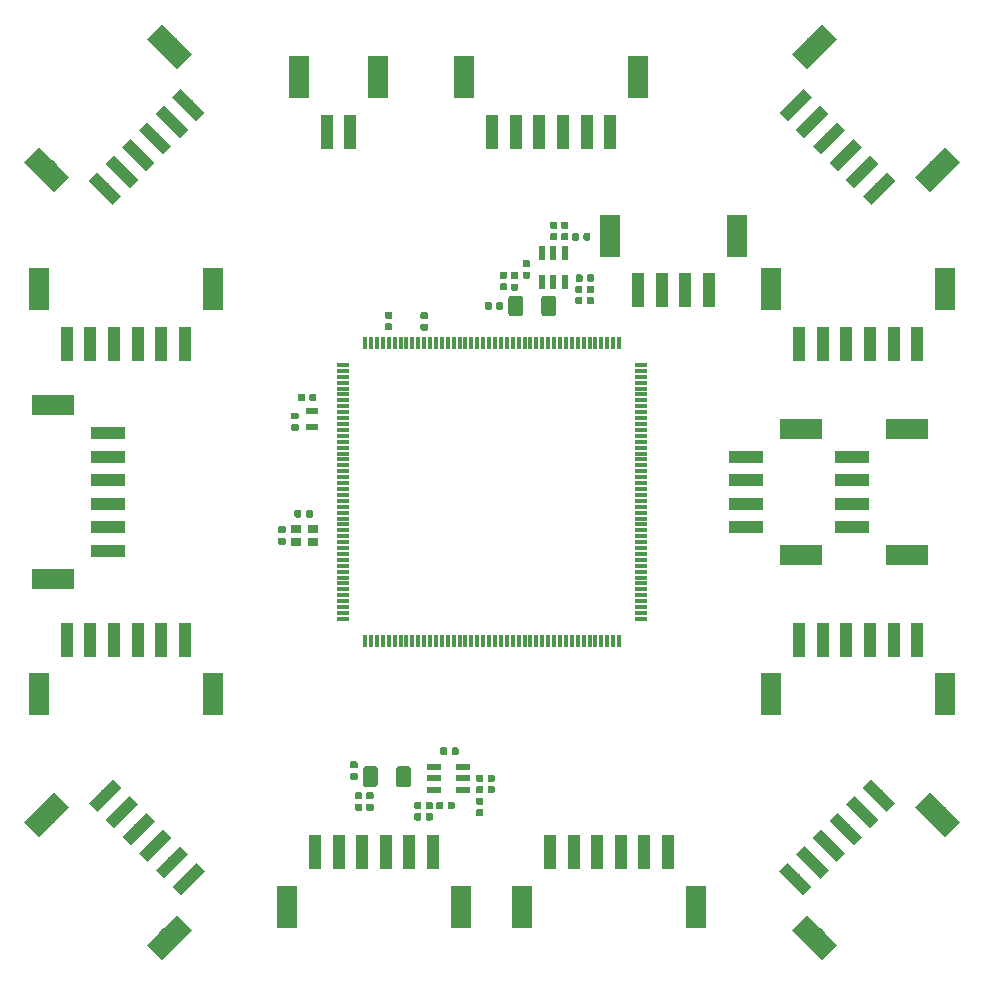
<source format=gbr>
G04 #@! TF.GenerationSoftware,KiCad,Pcbnew,5.0.0-fee4fd1~66~ubuntu16.04.1*
G04 #@! TF.CreationDate,2018-08-28T19:09:17-04:00*
G04 #@! TF.ProjectId,SmallKat Jumbo Motherboard,536D616C6C4B6174204A756D626F204D,rev?*
G04 #@! TF.SameCoordinates,Original*
G04 #@! TF.FileFunction,Paste,Top*
G04 #@! TF.FilePolarity,Positive*
%FSLAX46Y46*%
G04 Gerber Fmt 4.6, Leading zero omitted, Abs format (unit mm)*
G04 Created by KiCad (PCBNEW 5.0.0-fee4fd1~66~ubuntu16.04.1) date Tue Aug 28 19:09:17 2018*
%MOMM*%
%LPD*%
G01*
G04 APERTURE LIST*
%ADD10R,1.100000X0.600000*%
%ADD11R,1.120000X0.300000*%
%ADD12R,0.300000X1.120000*%
%ADD13R,1.000000X2.900000*%
%ADD14R,1.800000X3.600000*%
%ADD15C,0.100000*%
%ADD16C,0.590000*%
%ADD17C,1.000000*%
%ADD18C,1.800000*%
%ADD19R,3.600000X1.800000*%
%ADD20R,2.900000X1.000000*%
%ADD21R,0.900000X0.800000*%
%ADD22R,1.250000X0.600000*%
%ADD23C,1.250000*%
%ADD24R,0.600000X1.250000*%
G04 APERTURE END LIST*
D10*
G04 #@! TO.C,Y1*
X24790000Y-33110000D03*
X24790000Y-34510000D03*
G04 #@! TD*
D11*
G04 #@! TO.C,U1*
X27380000Y-29250000D03*
X27380000Y-29750000D03*
X27380000Y-30250000D03*
X27380000Y-30750000D03*
X27380000Y-31250000D03*
X27380000Y-31750000D03*
X27380000Y-32250000D03*
X27380000Y-32750000D03*
X27380000Y-33250000D03*
X27380000Y-33750000D03*
X27380000Y-34250000D03*
X27380000Y-34750000D03*
X27380000Y-35250000D03*
X27380000Y-35750000D03*
X27380000Y-36250000D03*
X27380000Y-36750000D03*
X27380000Y-37250000D03*
X27380000Y-37750000D03*
X27380000Y-38250000D03*
X27380000Y-38750000D03*
X27380000Y-39250000D03*
X27380000Y-39750000D03*
X27380000Y-40250000D03*
X27380000Y-40750000D03*
X27380000Y-41250000D03*
X27380000Y-41750000D03*
X27380000Y-42250000D03*
X27380000Y-42750000D03*
X27380000Y-43250000D03*
X27380000Y-43750000D03*
X27380000Y-44250000D03*
X27380000Y-44750000D03*
X27380000Y-45250000D03*
X27380000Y-45750000D03*
X27380000Y-46250000D03*
X27380000Y-46750000D03*
X27380000Y-47250000D03*
X27380000Y-47750000D03*
X27380000Y-48250000D03*
X27380000Y-48750000D03*
X27380000Y-49250000D03*
X27380000Y-49750000D03*
X27380000Y-50250000D03*
X27380000Y-50750000D03*
D12*
X29250000Y-52620000D03*
X29750000Y-52620000D03*
X30250000Y-52620000D03*
X30750000Y-52620000D03*
X31250000Y-52620000D03*
X31750000Y-52620000D03*
X32250000Y-52620000D03*
X32750000Y-52620000D03*
X33250000Y-52620000D03*
X33750000Y-52620000D03*
X34250000Y-52620000D03*
X34750000Y-52620000D03*
X35250000Y-52620000D03*
X35750000Y-52620000D03*
X36250000Y-52620000D03*
X36750000Y-52620000D03*
X37250000Y-52620000D03*
X37750000Y-52620000D03*
X38250000Y-52620000D03*
X38750000Y-52620000D03*
X39250000Y-52620000D03*
X39750000Y-52620000D03*
X40250000Y-52620000D03*
X40750000Y-52620000D03*
X41250000Y-52620000D03*
X41750000Y-52620000D03*
X42250000Y-52620000D03*
X42750000Y-52620000D03*
X43250000Y-52620000D03*
X43750000Y-52620000D03*
X44250000Y-52620000D03*
X44750000Y-52620000D03*
X45250000Y-52620000D03*
X45750000Y-52620000D03*
X46250000Y-52620000D03*
X46750000Y-52620000D03*
X47250000Y-52620000D03*
X47750000Y-52620000D03*
X48250000Y-52620000D03*
X48750000Y-52620000D03*
X49250000Y-52620000D03*
X49750000Y-52620000D03*
X50250000Y-52620000D03*
X50750000Y-52620000D03*
D11*
X52620000Y-50750000D03*
X52620000Y-50250000D03*
X52620000Y-49750000D03*
X52620000Y-49250000D03*
X52620000Y-48750000D03*
X52620000Y-48250000D03*
X52620000Y-47750000D03*
X52620000Y-47250000D03*
X52620000Y-46750000D03*
X52620000Y-46250000D03*
X52620000Y-45750000D03*
X52620000Y-45250000D03*
X52620000Y-44750000D03*
X52620000Y-44250000D03*
X52620000Y-43750000D03*
X52620000Y-43250000D03*
X52620000Y-42750000D03*
X52620000Y-42250000D03*
X52620000Y-41750000D03*
X52620000Y-41250000D03*
X52620000Y-40750000D03*
X52620000Y-40250000D03*
X52620000Y-39750000D03*
X52620000Y-39250000D03*
X52620000Y-38750000D03*
X52620000Y-38250000D03*
X52620000Y-37750000D03*
X52620000Y-37250000D03*
X52620000Y-36750000D03*
X52620000Y-36250000D03*
X52620000Y-35750000D03*
X52620000Y-35250000D03*
X52620000Y-34750000D03*
X52620000Y-34250000D03*
X52620000Y-33750000D03*
X52620000Y-33250000D03*
X52620000Y-32750000D03*
X52620000Y-32250000D03*
X52620000Y-31750000D03*
X52620000Y-31250000D03*
X52620000Y-30750000D03*
X52620000Y-30250000D03*
X52620000Y-29750000D03*
X52620000Y-29250000D03*
D12*
X50750000Y-27380000D03*
X50250000Y-27380000D03*
X49750000Y-27380000D03*
X49250000Y-27380000D03*
X48750000Y-27380000D03*
X48250000Y-27380000D03*
X47750000Y-27380000D03*
X47250000Y-27380000D03*
X46750000Y-27380000D03*
X46250000Y-27380000D03*
X45750000Y-27380000D03*
X45250000Y-27380000D03*
X44750000Y-27380000D03*
X44250000Y-27380000D03*
X43750000Y-27380000D03*
X43250000Y-27380000D03*
X42750000Y-27380000D03*
X42250000Y-27380000D03*
X41750000Y-27380000D03*
X41250000Y-27380000D03*
X40750000Y-27380000D03*
X40250000Y-27380000D03*
X39750000Y-27380000D03*
X39250000Y-27380000D03*
X38750000Y-27380000D03*
X38250000Y-27380000D03*
X37750000Y-27380000D03*
X37250000Y-27380000D03*
X36750000Y-27380000D03*
X36250000Y-27380000D03*
X35750000Y-27380000D03*
X35250000Y-27380000D03*
X34750000Y-27380000D03*
X34250000Y-27380000D03*
X33750000Y-27380000D03*
X33250000Y-27380000D03*
X32750000Y-27380000D03*
X32250000Y-27380000D03*
X31750000Y-27380000D03*
X31250000Y-27380000D03*
X30750000Y-27380000D03*
X30250000Y-27380000D03*
X29750000Y-27380000D03*
X29250000Y-27380000D03*
G04 #@! TD*
D13*
G04 #@! TO.C,J6*
X4000000Y-27500000D03*
X6000000Y-27500000D03*
X8000000Y-27500000D03*
X10000000Y-27500000D03*
X12000000Y-27500000D03*
X14000000Y-27500000D03*
D14*
X1650000Y-22850000D03*
X16350000Y-22850000D03*
G04 #@! TD*
D15*
G04 #@! TO.C,R1*
G36*
X34446958Y-25745710D02*
X34461276Y-25747834D01*
X34475317Y-25751351D01*
X34488946Y-25756228D01*
X34502031Y-25762417D01*
X34514447Y-25769858D01*
X34526073Y-25778481D01*
X34536798Y-25788202D01*
X34546519Y-25798927D01*
X34555142Y-25810553D01*
X34562583Y-25822969D01*
X34568772Y-25836054D01*
X34573649Y-25849683D01*
X34577166Y-25863724D01*
X34579290Y-25878042D01*
X34580000Y-25892500D01*
X34580000Y-26187500D01*
X34579290Y-26201958D01*
X34577166Y-26216276D01*
X34573649Y-26230317D01*
X34568772Y-26243946D01*
X34562583Y-26257031D01*
X34555142Y-26269447D01*
X34546519Y-26281073D01*
X34536798Y-26291798D01*
X34526073Y-26301519D01*
X34514447Y-26310142D01*
X34502031Y-26317583D01*
X34488946Y-26323772D01*
X34475317Y-26328649D01*
X34461276Y-26332166D01*
X34446958Y-26334290D01*
X34432500Y-26335000D01*
X34087500Y-26335000D01*
X34073042Y-26334290D01*
X34058724Y-26332166D01*
X34044683Y-26328649D01*
X34031054Y-26323772D01*
X34017969Y-26317583D01*
X34005553Y-26310142D01*
X33993927Y-26301519D01*
X33983202Y-26291798D01*
X33973481Y-26281073D01*
X33964858Y-26269447D01*
X33957417Y-26257031D01*
X33951228Y-26243946D01*
X33946351Y-26230317D01*
X33942834Y-26216276D01*
X33940710Y-26201958D01*
X33940000Y-26187500D01*
X33940000Y-25892500D01*
X33940710Y-25878042D01*
X33942834Y-25863724D01*
X33946351Y-25849683D01*
X33951228Y-25836054D01*
X33957417Y-25822969D01*
X33964858Y-25810553D01*
X33973481Y-25798927D01*
X33983202Y-25788202D01*
X33993927Y-25778481D01*
X34005553Y-25769858D01*
X34017969Y-25762417D01*
X34031054Y-25756228D01*
X34044683Y-25751351D01*
X34058724Y-25747834D01*
X34073042Y-25745710D01*
X34087500Y-25745000D01*
X34432500Y-25745000D01*
X34446958Y-25745710D01*
X34446958Y-25745710D01*
G37*
D16*
X34260000Y-26040000D03*
D15*
G36*
X34446958Y-24775710D02*
X34461276Y-24777834D01*
X34475317Y-24781351D01*
X34488946Y-24786228D01*
X34502031Y-24792417D01*
X34514447Y-24799858D01*
X34526073Y-24808481D01*
X34536798Y-24818202D01*
X34546519Y-24828927D01*
X34555142Y-24840553D01*
X34562583Y-24852969D01*
X34568772Y-24866054D01*
X34573649Y-24879683D01*
X34577166Y-24893724D01*
X34579290Y-24908042D01*
X34580000Y-24922500D01*
X34580000Y-25217500D01*
X34579290Y-25231958D01*
X34577166Y-25246276D01*
X34573649Y-25260317D01*
X34568772Y-25273946D01*
X34562583Y-25287031D01*
X34555142Y-25299447D01*
X34546519Y-25311073D01*
X34536798Y-25321798D01*
X34526073Y-25331519D01*
X34514447Y-25340142D01*
X34502031Y-25347583D01*
X34488946Y-25353772D01*
X34475317Y-25358649D01*
X34461276Y-25362166D01*
X34446958Y-25364290D01*
X34432500Y-25365000D01*
X34087500Y-25365000D01*
X34073042Y-25364290D01*
X34058724Y-25362166D01*
X34044683Y-25358649D01*
X34031054Y-25353772D01*
X34017969Y-25347583D01*
X34005553Y-25340142D01*
X33993927Y-25331519D01*
X33983202Y-25321798D01*
X33973481Y-25311073D01*
X33964858Y-25299447D01*
X33957417Y-25287031D01*
X33951228Y-25273946D01*
X33946351Y-25260317D01*
X33942834Y-25246276D01*
X33940710Y-25231958D01*
X33940000Y-25217500D01*
X33940000Y-24922500D01*
X33940710Y-24908042D01*
X33942834Y-24893724D01*
X33946351Y-24879683D01*
X33951228Y-24866054D01*
X33957417Y-24852969D01*
X33964858Y-24840553D01*
X33973481Y-24828927D01*
X33983202Y-24818202D01*
X33993927Y-24808481D01*
X34005553Y-24799858D01*
X34017969Y-24792417D01*
X34031054Y-24786228D01*
X34044683Y-24781351D01*
X34058724Y-24777834D01*
X34073042Y-24775710D01*
X34087500Y-24775000D01*
X34432500Y-24775000D01*
X34446958Y-24775710D01*
X34446958Y-24775710D01*
G37*
D16*
X34260000Y-25070000D03*
G04 #@! TD*
D15*
G04 #@! TO.C,C1*
G36*
X31436958Y-25725710D02*
X31451276Y-25727834D01*
X31465317Y-25731351D01*
X31478946Y-25736228D01*
X31492031Y-25742417D01*
X31504447Y-25749858D01*
X31516073Y-25758481D01*
X31526798Y-25768202D01*
X31536519Y-25778927D01*
X31545142Y-25790553D01*
X31552583Y-25802969D01*
X31558772Y-25816054D01*
X31563649Y-25829683D01*
X31567166Y-25843724D01*
X31569290Y-25858042D01*
X31570000Y-25872500D01*
X31570000Y-26167500D01*
X31569290Y-26181958D01*
X31567166Y-26196276D01*
X31563649Y-26210317D01*
X31558772Y-26223946D01*
X31552583Y-26237031D01*
X31545142Y-26249447D01*
X31536519Y-26261073D01*
X31526798Y-26271798D01*
X31516073Y-26281519D01*
X31504447Y-26290142D01*
X31492031Y-26297583D01*
X31478946Y-26303772D01*
X31465317Y-26308649D01*
X31451276Y-26312166D01*
X31436958Y-26314290D01*
X31422500Y-26315000D01*
X31077500Y-26315000D01*
X31063042Y-26314290D01*
X31048724Y-26312166D01*
X31034683Y-26308649D01*
X31021054Y-26303772D01*
X31007969Y-26297583D01*
X30995553Y-26290142D01*
X30983927Y-26281519D01*
X30973202Y-26271798D01*
X30963481Y-26261073D01*
X30954858Y-26249447D01*
X30947417Y-26237031D01*
X30941228Y-26223946D01*
X30936351Y-26210317D01*
X30932834Y-26196276D01*
X30930710Y-26181958D01*
X30930000Y-26167500D01*
X30930000Y-25872500D01*
X30930710Y-25858042D01*
X30932834Y-25843724D01*
X30936351Y-25829683D01*
X30941228Y-25816054D01*
X30947417Y-25802969D01*
X30954858Y-25790553D01*
X30963481Y-25778927D01*
X30973202Y-25768202D01*
X30983927Y-25758481D01*
X30995553Y-25749858D01*
X31007969Y-25742417D01*
X31021054Y-25736228D01*
X31034683Y-25731351D01*
X31048724Y-25727834D01*
X31063042Y-25725710D01*
X31077500Y-25725000D01*
X31422500Y-25725000D01*
X31436958Y-25725710D01*
X31436958Y-25725710D01*
G37*
D16*
X31250000Y-26020000D03*
D15*
G36*
X31436958Y-24755710D02*
X31451276Y-24757834D01*
X31465317Y-24761351D01*
X31478946Y-24766228D01*
X31492031Y-24772417D01*
X31504447Y-24779858D01*
X31516073Y-24788481D01*
X31526798Y-24798202D01*
X31536519Y-24808927D01*
X31545142Y-24820553D01*
X31552583Y-24832969D01*
X31558772Y-24846054D01*
X31563649Y-24859683D01*
X31567166Y-24873724D01*
X31569290Y-24888042D01*
X31570000Y-24902500D01*
X31570000Y-25197500D01*
X31569290Y-25211958D01*
X31567166Y-25226276D01*
X31563649Y-25240317D01*
X31558772Y-25253946D01*
X31552583Y-25267031D01*
X31545142Y-25279447D01*
X31536519Y-25291073D01*
X31526798Y-25301798D01*
X31516073Y-25311519D01*
X31504447Y-25320142D01*
X31492031Y-25327583D01*
X31478946Y-25333772D01*
X31465317Y-25338649D01*
X31451276Y-25342166D01*
X31436958Y-25344290D01*
X31422500Y-25345000D01*
X31077500Y-25345000D01*
X31063042Y-25344290D01*
X31048724Y-25342166D01*
X31034683Y-25338649D01*
X31021054Y-25333772D01*
X31007969Y-25327583D01*
X30995553Y-25320142D01*
X30983927Y-25311519D01*
X30973202Y-25301798D01*
X30963481Y-25291073D01*
X30954858Y-25279447D01*
X30947417Y-25267031D01*
X30941228Y-25253946D01*
X30936351Y-25240317D01*
X30932834Y-25226276D01*
X30930710Y-25211958D01*
X30930000Y-25197500D01*
X30930000Y-24902500D01*
X30930710Y-24888042D01*
X30932834Y-24873724D01*
X30936351Y-24859683D01*
X30941228Y-24846054D01*
X30947417Y-24832969D01*
X30954858Y-24820553D01*
X30963481Y-24808927D01*
X30973202Y-24798202D01*
X30983927Y-24788481D01*
X30995553Y-24779858D01*
X31007969Y-24772417D01*
X31021054Y-24766228D01*
X31034683Y-24761351D01*
X31048724Y-24757834D01*
X31063042Y-24755710D01*
X31077500Y-24755000D01*
X31422500Y-24755000D01*
X31436958Y-24755710D01*
X31436958Y-24755710D01*
G37*
D16*
X31250000Y-25050000D03*
G04 #@! TD*
D15*
G04 #@! TO.C,C2*
G36*
X24981958Y-31680710D02*
X24996276Y-31682834D01*
X25010317Y-31686351D01*
X25023946Y-31691228D01*
X25037031Y-31697417D01*
X25049447Y-31704858D01*
X25061073Y-31713481D01*
X25071798Y-31723202D01*
X25081519Y-31733927D01*
X25090142Y-31745553D01*
X25097583Y-31757969D01*
X25103772Y-31771054D01*
X25108649Y-31784683D01*
X25112166Y-31798724D01*
X25114290Y-31813042D01*
X25115000Y-31827500D01*
X25115000Y-32172500D01*
X25114290Y-32186958D01*
X25112166Y-32201276D01*
X25108649Y-32215317D01*
X25103772Y-32228946D01*
X25097583Y-32242031D01*
X25090142Y-32254447D01*
X25081519Y-32266073D01*
X25071798Y-32276798D01*
X25061073Y-32286519D01*
X25049447Y-32295142D01*
X25037031Y-32302583D01*
X25023946Y-32308772D01*
X25010317Y-32313649D01*
X24996276Y-32317166D01*
X24981958Y-32319290D01*
X24967500Y-32320000D01*
X24672500Y-32320000D01*
X24658042Y-32319290D01*
X24643724Y-32317166D01*
X24629683Y-32313649D01*
X24616054Y-32308772D01*
X24602969Y-32302583D01*
X24590553Y-32295142D01*
X24578927Y-32286519D01*
X24568202Y-32276798D01*
X24558481Y-32266073D01*
X24549858Y-32254447D01*
X24542417Y-32242031D01*
X24536228Y-32228946D01*
X24531351Y-32215317D01*
X24527834Y-32201276D01*
X24525710Y-32186958D01*
X24525000Y-32172500D01*
X24525000Y-31827500D01*
X24525710Y-31813042D01*
X24527834Y-31798724D01*
X24531351Y-31784683D01*
X24536228Y-31771054D01*
X24542417Y-31757969D01*
X24549858Y-31745553D01*
X24558481Y-31733927D01*
X24568202Y-31723202D01*
X24578927Y-31713481D01*
X24590553Y-31704858D01*
X24602969Y-31697417D01*
X24616054Y-31691228D01*
X24629683Y-31686351D01*
X24643724Y-31682834D01*
X24658042Y-31680710D01*
X24672500Y-31680000D01*
X24967500Y-31680000D01*
X24981958Y-31680710D01*
X24981958Y-31680710D01*
G37*
D16*
X24820000Y-32000000D03*
D15*
G36*
X24011958Y-31680710D02*
X24026276Y-31682834D01*
X24040317Y-31686351D01*
X24053946Y-31691228D01*
X24067031Y-31697417D01*
X24079447Y-31704858D01*
X24091073Y-31713481D01*
X24101798Y-31723202D01*
X24111519Y-31733927D01*
X24120142Y-31745553D01*
X24127583Y-31757969D01*
X24133772Y-31771054D01*
X24138649Y-31784683D01*
X24142166Y-31798724D01*
X24144290Y-31813042D01*
X24145000Y-31827500D01*
X24145000Y-32172500D01*
X24144290Y-32186958D01*
X24142166Y-32201276D01*
X24138649Y-32215317D01*
X24133772Y-32228946D01*
X24127583Y-32242031D01*
X24120142Y-32254447D01*
X24111519Y-32266073D01*
X24101798Y-32276798D01*
X24091073Y-32286519D01*
X24079447Y-32295142D01*
X24067031Y-32302583D01*
X24053946Y-32308772D01*
X24040317Y-32313649D01*
X24026276Y-32317166D01*
X24011958Y-32319290D01*
X23997500Y-32320000D01*
X23702500Y-32320000D01*
X23688042Y-32319290D01*
X23673724Y-32317166D01*
X23659683Y-32313649D01*
X23646054Y-32308772D01*
X23632969Y-32302583D01*
X23620553Y-32295142D01*
X23608927Y-32286519D01*
X23598202Y-32276798D01*
X23588481Y-32266073D01*
X23579858Y-32254447D01*
X23572417Y-32242031D01*
X23566228Y-32228946D01*
X23561351Y-32215317D01*
X23557834Y-32201276D01*
X23555710Y-32186958D01*
X23555000Y-32172500D01*
X23555000Y-31827500D01*
X23555710Y-31813042D01*
X23557834Y-31798724D01*
X23561351Y-31784683D01*
X23566228Y-31771054D01*
X23572417Y-31757969D01*
X23579858Y-31745553D01*
X23588481Y-31733927D01*
X23598202Y-31723202D01*
X23608927Y-31713481D01*
X23620553Y-31704858D01*
X23632969Y-31697417D01*
X23646054Y-31691228D01*
X23659683Y-31686351D01*
X23673724Y-31682834D01*
X23688042Y-31680710D01*
X23702500Y-31680000D01*
X23997500Y-31680000D01*
X24011958Y-31680710D01*
X24011958Y-31680710D01*
G37*
D16*
X23850000Y-32000000D03*
G04 #@! TD*
D15*
G04 #@! TO.C,C3*
G36*
X23486958Y-33275710D02*
X23501276Y-33277834D01*
X23515317Y-33281351D01*
X23528946Y-33286228D01*
X23542031Y-33292417D01*
X23554447Y-33299858D01*
X23566073Y-33308481D01*
X23576798Y-33318202D01*
X23586519Y-33328927D01*
X23595142Y-33340553D01*
X23602583Y-33352969D01*
X23608772Y-33366054D01*
X23613649Y-33379683D01*
X23617166Y-33393724D01*
X23619290Y-33408042D01*
X23620000Y-33422500D01*
X23620000Y-33717500D01*
X23619290Y-33731958D01*
X23617166Y-33746276D01*
X23613649Y-33760317D01*
X23608772Y-33773946D01*
X23602583Y-33787031D01*
X23595142Y-33799447D01*
X23586519Y-33811073D01*
X23576798Y-33821798D01*
X23566073Y-33831519D01*
X23554447Y-33840142D01*
X23542031Y-33847583D01*
X23528946Y-33853772D01*
X23515317Y-33858649D01*
X23501276Y-33862166D01*
X23486958Y-33864290D01*
X23472500Y-33865000D01*
X23127500Y-33865000D01*
X23113042Y-33864290D01*
X23098724Y-33862166D01*
X23084683Y-33858649D01*
X23071054Y-33853772D01*
X23057969Y-33847583D01*
X23045553Y-33840142D01*
X23033927Y-33831519D01*
X23023202Y-33821798D01*
X23013481Y-33811073D01*
X23004858Y-33799447D01*
X22997417Y-33787031D01*
X22991228Y-33773946D01*
X22986351Y-33760317D01*
X22982834Y-33746276D01*
X22980710Y-33731958D01*
X22980000Y-33717500D01*
X22980000Y-33422500D01*
X22980710Y-33408042D01*
X22982834Y-33393724D01*
X22986351Y-33379683D01*
X22991228Y-33366054D01*
X22997417Y-33352969D01*
X23004858Y-33340553D01*
X23013481Y-33328927D01*
X23023202Y-33318202D01*
X23033927Y-33308481D01*
X23045553Y-33299858D01*
X23057969Y-33292417D01*
X23071054Y-33286228D01*
X23084683Y-33281351D01*
X23098724Y-33277834D01*
X23113042Y-33275710D01*
X23127500Y-33275000D01*
X23472500Y-33275000D01*
X23486958Y-33275710D01*
X23486958Y-33275710D01*
G37*
D16*
X23300000Y-33570000D03*
D15*
G36*
X23486958Y-34245710D02*
X23501276Y-34247834D01*
X23515317Y-34251351D01*
X23528946Y-34256228D01*
X23542031Y-34262417D01*
X23554447Y-34269858D01*
X23566073Y-34278481D01*
X23576798Y-34288202D01*
X23586519Y-34298927D01*
X23595142Y-34310553D01*
X23602583Y-34322969D01*
X23608772Y-34336054D01*
X23613649Y-34349683D01*
X23617166Y-34363724D01*
X23619290Y-34378042D01*
X23620000Y-34392500D01*
X23620000Y-34687500D01*
X23619290Y-34701958D01*
X23617166Y-34716276D01*
X23613649Y-34730317D01*
X23608772Y-34743946D01*
X23602583Y-34757031D01*
X23595142Y-34769447D01*
X23586519Y-34781073D01*
X23576798Y-34791798D01*
X23566073Y-34801519D01*
X23554447Y-34810142D01*
X23542031Y-34817583D01*
X23528946Y-34823772D01*
X23515317Y-34828649D01*
X23501276Y-34832166D01*
X23486958Y-34834290D01*
X23472500Y-34835000D01*
X23127500Y-34835000D01*
X23113042Y-34834290D01*
X23098724Y-34832166D01*
X23084683Y-34828649D01*
X23071054Y-34823772D01*
X23057969Y-34817583D01*
X23045553Y-34810142D01*
X23033927Y-34801519D01*
X23023202Y-34791798D01*
X23013481Y-34781073D01*
X23004858Y-34769447D01*
X22997417Y-34757031D01*
X22991228Y-34743946D01*
X22986351Y-34730317D01*
X22982834Y-34716276D01*
X22980710Y-34701958D01*
X22980000Y-34687500D01*
X22980000Y-34392500D01*
X22980710Y-34378042D01*
X22982834Y-34363724D01*
X22986351Y-34349683D01*
X22991228Y-34336054D01*
X22997417Y-34322969D01*
X23004858Y-34310553D01*
X23013481Y-34298927D01*
X23023202Y-34288202D01*
X23033927Y-34278481D01*
X23045553Y-34269858D01*
X23057969Y-34262417D01*
X23071054Y-34256228D01*
X23084683Y-34251351D01*
X23098724Y-34247834D01*
X23113042Y-34245710D01*
X23127500Y-34245000D01*
X23472500Y-34245000D01*
X23486958Y-34245710D01*
X23486958Y-34245710D01*
G37*
D16*
X23300000Y-34540000D03*
G04 #@! TD*
D15*
G04 #@! TO.C,C4*
G36*
X24696958Y-41530710D02*
X24711276Y-41532834D01*
X24725317Y-41536351D01*
X24738946Y-41541228D01*
X24752031Y-41547417D01*
X24764447Y-41554858D01*
X24776073Y-41563481D01*
X24786798Y-41573202D01*
X24796519Y-41583927D01*
X24805142Y-41595553D01*
X24812583Y-41607969D01*
X24818772Y-41621054D01*
X24823649Y-41634683D01*
X24827166Y-41648724D01*
X24829290Y-41663042D01*
X24830000Y-41677500D01*
X24830000Y-42022500D01*
X24829290Y-42036958D01*
X24827166Y-42051276D01*
X24823649Y-42065317D01*
X24818772Y-42078946D01*
X24812583Y-42092031D01*
X24805142Y-42104447D01*
X24796519Y-42116073D01*
X24786798Y-42126798D01*
X24776073Y-42136519D01*
X24764447Y-42145142D01*
X24752031Y-42152583D01*
X24738946Y-42158772D01*
X24725317Y-42163649D01*
X24711276Y-42167166D01*
X24696958Y-42169290D01*
X24682500Y-42170000D01*
X24387500Y-42170000D01*
X24373042Y-42169290D01*
X24358724Y-42167166D01*
X24344683Y-42163649D01*
X24331054Y-42158772D01*
X24317969Y-42152583D01*
X24305553Y-42145142D01*
X24293927Y-42136519D01*
X24283202Y-42126798D01*
X24273481Y-42116073D01*
X24264858Y-42104447D01*
X24257417Y-42092031D01*
X24251228Y-42078946D01*
X24246351Y-42065317D01*
X24242834Y-42051276D01*
X24240710Y-42036958D01*
X24240000Y-42022500D01*
X24240000Y-41677500D01*
X24240710Y-41663042D01*
X24242834Y-41648724D01*
X24246351Y-41634683D01*
X24251228Y-41621054D01*
X24257417Y-41607969D01*
X24264858Y-41595553D01*
X24273481Y-41583927D01*
X24283202Y-41573202D01*
X24293927Y-41563481D01*
X24305553Y-41554858D01*
X24317969Y-41547417D01*
X24331054Y-41541228D01*
X24344683Y-41536351D01*
X24358724Y-41532834D01*
X24373042Y-41530710D01*
X24387500Y-41530000D01*
X24682500Y-41530000D01*
X24696958Y-41530710D01*
X24696958Y-41530710D01*
G37*
D16*
X24535000Y-41850000D03*
D15*
G36*
X23726958Y-41530710D02*
X23741276Y-41532834D01*
X23755317Y-41536351D01*
X23768946Y-41541228D01*
X23782031Y-41547417D01*
X23794447Y-41554858D01*
X23806073Y-41563481D01*
X23816798Y-41573202D01*
X23826519Y-41583927D01*
X23835142Y-41595553D01*
X23842583Y-41607969D01*
X23848772Y-41621054D01*
X23853649Y-41634683D01*
X23857166Y-41648724D01*
X23859290Y-41663042D01*
X23860000Y-41677500D01*
X23860000Y-42022500D01*
X23859290Y-42036958D01*
X23857166Y-42051276D01*
X23853649Y-42065317D01*
X23848772Y-42078946D01*
X23842583Y-42092031D01*
X23835142Y-42104447D01*
X23826519Y-42116073D01*
X23816798Y-42126798D01*
X23806073Y-42136519D01*
X23794447Y-42145142D01*
X23782031Y-42152583D01*
X23768946Y-42158772D01*
X23755317Y-42163649D01*
X23741276Y-42167166D01*
X23726958Y-42169290D01*
X23712500Y-42170000D01*
X23417500Y-42170000D01*
X23403042Y-42169290D01*
X23388724Y-42167166D01*
X23374683Y-42163649D01*
X23361054Y-42158772D01*
X23347969Y-42152583D01*
X23335553Y-42145142D01*
X23323927Y-42136519D01*
X23313202Y-42126798D01*
X23303481Y-42116073D01*
X23294858Y-42104447D01*
X23287417Y-42092031D01*
X23281228Y-42078946D01*
X23276351Y-42065317D01*
X23272834Y-42051276D01*
X23270710Y-42036958D01*
X23270000Y-42022500D01*
X23270000Y-41677500D01*
X23270710Y-41663042D01*
X23272834Y-41648724D01*
X23276351Y-41634683D01*
X23281228Y-41621054D01*
X23287417Y-41607969D01*
X23294858Y-41595553D01*
X23303481Y-41583927D01*
X23313202Y-41573202D01*
X23323927Y-41563481D01*
X23335553Y-41554858D01*
X23347969Y-41547417D01*
X23361054Y-41541228D01*
X23374683Y-41536351D01*
X23388724Y-41532834D01*
X23403042Y-41530710D01*
X23417500Y-41530000D01*
X23712500Y-41530000D01*
X23726958Y-41530710D01*
X23726958Y-41530710D01*
G37*
D16*
X23565000Y-41850000D03*
G04 #@! TD*
D15*
G04 #@! TO.C,C5*
G36*
X22386958Y-42905710D02*
X22401276Y-42907834D01*
X22415317Y-42911351D01*
X22428946Y-42916228D01*
X22442031Y-42922417D01*
X22454447Y-42929858D01*
X22466073Y-42938481D01*
X22476798Y-42948202D01*
X22486519Y-42958927D01*
X22495142Y-42970553D01*
X22502583Y-42982969D01*
X22508772Y-42996054D01*
X22513649Y-43009683D01*
X22517166Y-43023724D01*
X22519290Y-43038042D01*
X22520000Y-43052500D01*
X22520000Y-43347500D01*
X22519290Y-43361958D01*
X22517166Y-43376276D01*
X22513649Y-43390317D01*
X22508772Y-43403946D01*
X22502583Y-43417031D01*
X22495142Y-43429447D01*
X22486519Y-43441073D01*
X22476798Y-43451798D01*
X22466073Y-43461519D01*
X22454447Y-43470142D01*
X22442031Y-43477583D01*
X22428946Y-43483772D01*
X22415317Y-43488649D01*
X22401276Y-43492166D01*
X22386958Y-43494290D01*
X22372500Y-43495000D01*
X22027500Y-43495000D01*
X22013042Y-43494290D01*
X21998724Y-43492166D01*
X21984683Y-43488649D01*
X21971054Y-43483772D01*
X21957969Y-43477583D01*
X21945553Y-43470142D01*
X21933927Y-43461519D01*
X21923202Y-43451798D01*
X21913481Y-43441073D01*
X21904858Y-43429447D01*
X21897417Y-43417031D01*
X21891228Y-43403946D01*
X21886351Y-43390317D01*
X21882834Y-43376276D01*
X21880710Y-43361958D01*
X21880000Y-43347500D01*
X21880000Y-43052500D01*
X21880710Y-43038042D01*
X21882834Y-43023724D01*
X21886351Y-43009683D01*
X21891228Y-42996054D01*
X21897417Y-42982969D01*
X21904858Y-42970553D01*
X21913481Y-42958927D01*
X21923202Y-42948202D01*
X21933927Y-42938481D01*
X21945553Y-42929858D01*
X21957969Y-42922417D01*
X21971054Y-42916228D01*
X21984683Y-42911351D01*
X21998724Y-42907834D01*
X22013042Y-42905710D01*
X22027500Y-42905000D01*
X22372500Y-42905000D01*
X22386958Y-42905710D01*
X22386958Y-42905710D01*
G37*
D16*
X22200000Y-43200000D03*
D15*
G36*
X22386958Y-43875710D02*
X22401276Y-43877834D01*
X22415317Y-43881351D01*
X22428946Y-43886228D01*
X22442031Y-43892417D01*
X22454447Y-43899858D01*
X22466073Y-43908481D01*
X22476798Y-43918202D01*
X22486519Y-43928927D01*
X22495142Y-43940553D01*
X22502583Y-43952969D01*
X22508772Y-43966054D01*
X22513649Y-43979683D01*
X22517166Y-43993724D01*
X22519290Y-44008042D01*
X22520000Y-44022500D01*
X22520000Y-44317500D01*
X22519290Y-44331958D01*
X22517166Y-44346276D01*
X22513649Y-44360317D01*
X22508772Y-44373946D01*
X22502583Y-44387031D01*
X22495142Y-44399447D01*
X22486519Y-44411073D01*
X22476798Y-44421798D01*
X22466073Y-44431519D01*
X22454447Y-44440142D01*
X22442031Y-44447583D01*
X22428946Y-44453772D01*
X22415317Y-44458649D01*
X22401276Y-44462166D01*
X22386958Y-44464290D01*
X22372500Y-44465000D01*
X22027500Y-44465000D01*
X22013042Y-44464290D01*
X21998724Y-44462166D01*
X21984683Y-44458649D01*
X21971054Y-44453772D01*
X21957969Y-44447583D01*
X21945553Y-44440142D01*
X21933927Y-44431519D01*
X21923202Y-44421798D01*
X21913481Y-44411073D01*
X21904858Y-44399447D01*
X21897417Y-44387031D01*
X21891228Y-44373946D01*
X21886351Y-44360317D01*
X21882834Y-44346276D01*
X21880710Y-44331958D01*
X21880000Y-44317500D01*
X21880000Y-44022500D01*
X21880710Y-44008042D01*
X21882834Y-43993724D01*
X21886351Y-43979683D01*
X21891228Y-43966054D01*
X21897417Y-43952969D01*
X21904858Y-43940553D01*
X21913481Y-43928927D01*
X21923202Y-43918202D01*
X21933927Y-43908481D01*
X21945553Y-43899858D01*
X21957969Y-43892417D01*
X21971054Y-43886228D01*
X21984683Y-43881351D01*
X21998724Y-43877834D01*
X22013042Y-43875710D01*
X22027500Y-43875000D01*
X22372500Y-43875000D01*
X22386958Y-43875710D01*
X22386958Y-43875710D01*
G37*
D16*
X22200000Y-44170000D03*
G04 #@! TD*
D17*
G04 #@! TO.C,J1*
X7232233Y-14303301D03*
D15*
G36*
X7903984Y-15682159D02*
X5853375Y-13631550D01*
X6560482Y-12924443D01*
X8611091Y-14975052D01*
X7903984Y-15682159D01*
X7903984Y-15682159D01*
G37*
D17*
X8646447Y-12889087D03*
D15*
G36*
X9318198Y-14267945D02*
X7267589Y-12217336D01*
X7974696Y-11510229D01*
X10025305Y-13560838D01*
X9318198Y-14267945D01*
X9318198Y-14267945D01*
G37*
D17*
X10060660Y-11474874D03*
D15*
G36*
X10732411Y-12853732D02*
X8681802Y-10803123D01*
X9388909Y-10096016D01*
X11439518Y-12146625D01*
X10732411Y-12853732D01*
X10732411Y-12853732D01*
G37*
D17*
X11474874Y-10060660D03*
D15*
G36*
X12146625Y-11439518D02*
X10096016Y-9388909D01*
X10803123Y-8681802D01*
X12853732Y-10732411D01*
X12146625Y-11439518D01*
X12146625Y-11439518D01*
G37*
D17*
X12889087Y-8646447D03*
D15*
G36*
X13560838Y-10025305D02*
X11510229Y-7974696D01*
X12217336Y-7267589D01*
X14267945Y-9318198D01*
X13560838Y-10025305D01*
X13560838Y-10025305D01*
G37*
D17*
X14303301Y-7232233D03*
D15*
G36*
X14975052Y-8611091D02*
X12924443Y-6560482D01*
X13631550Y-5853375D01*
X15682159Y-7903984D01*
X14975052Y-8611091D01*
X14975052Y-8611091D01*
G37*
D18*
X2282486Y-12676955D03*
D15*
G36*
X2918882Y-14586143D02*
X373298Y-12040559D01*
X1646090Y-10767767D01*
X4191674Y-13313351D01*
X2918882Y-14586143D01*
X2918882Y-14586143D01*
G37*
D18*
X12676955Y-2282486D03*
D15*
G36*
X13313351Y-4191674D02*
X10767767Y-1646090D01*
X12040559Y-373298D01*
X14586143Y-2918882D01*
X13313351Y-4191674D01*
X13313351Y-4191674D01*
G37*
G04 #@! TD*
D17*
G04 #@! TO.C,J2*
X65696699Y-7232233D03*
D15*
G36*
X64317841Y-7903984D02*
X66368450Y-5853375D01*
X67075557Y-6560482D01*
X65024948Y-8611091D01*
X64317841Y-7903984D01*
X64317841Y-7903984D01*
G37*
D17*
X67110913Y-8646447D03*
D15*
G36*
X65732055Y-9318198D02*
X67782664Y-7267589D01*
X68489771Y-7974696D01*
X66439162Y-10025305D01*
X65732055Y-9318198D01*
X65732055Y-9318198D01*
G37*
D17*
X68525126Y-10060660D03*
D15*
G36*
X67146268Y-10732411D02*
X69196877Y-8681802D01*
X69903984Y-9388909D01*
X67853375Y-11439518D01*
X67146268Y-10732411D01*
X67146268Y-10732411D01*
G37*
D17*
X69939340Y-11474874D03*
D15*
G36*
X68560482Y-12146625D02*
X70611091Y-10096016D01*
X71318198Y-10803123D01*
X69267589Y-12853732D01*
X68560482Y-12146625D01*
X68560482Y-12146625D01*
G37*
D17*
X71353553Y-12889087D03*
D15*
G36*
X69974695Y-13560838D02*
X72025304Y-11510229D01*
X72732411Y-12217336D01*
X70681802Y-14267945D01*
X69974695Y-13560838D01*
X69974695Y-13560838D01*
G37*
D17*
X72767767Y-14303301D03*
D15*
G36*
X71388909Y-14975052D02*
X73439518Y-12924443D01*
X74146625Y-13631550D01*
X72096016Y-15682159D01*
X71388909Y-14975052D01*
X71388909Y-14975052D01*
G37*
D18*
X67323045Y-2282486D03*
D15*
G36*
X65413857Y-2918882D02*
X67959441Y-373298D01*
X69232233Y-1646090D01*
X66686649Y-4191674D01*
X65413857Y-2918882D01*
X65413857Y-2918882D01*
G37*
D18*
X77717514Y-12676955D03*
D15*
G36*
X75808326Y-13313351D02*
X78353910Y-10767767D01*
X79626702Y-12040559D01*
X77081118Y-14586143D01*
X75808326Y-13313351D01*
X75808326Y-13313351D01*
G37*
G04 #@! TD*
D14*
G04 #@! TO.C,J3*
X22650000Y-75150000D03*
X37350000Y-75150000D03*
D13*
X25000000Y-70500000D03*
X27000000Y-70500000D03*
X29000000Y-70500000D03*
X31000000Y-70500000D03*
X33000000Y-70500000D03*
X35000000Y-70500000D03*
G04 #@! TD*
D18*
G04 #@! TO.C,J4*
X2282486Y-67323045D03*
D15*
G36*
X4191674Y-66686649D02*
X1646090Y-69232233D01*
X373298Y-67959441D01*
X2918882Y-65413857D01*
X4191674Y-66686649D01*
X4191674Y-66686649D01*
G37*
D18*
X12676955Y-77717514D03*
D15*
G36*
X14586143Y-77081118D02*
X12040559Y-79626702D01*
X10767767Y-78353910D01*
X13313351Y-75808326D01*
X14586143Y-77081118D01*
X14586143Y-77081118D01*
G37*
D17*
X7232233Y-65696699D03*
D15*
G36*
X8611091Y-65024948D02*
X6560482Y-67075557D01*
X5853375Y-66368450D01*
X7903984Y-64317841D01*
X8611091Y-65024948D01*
X8611091Y-65024948D01*
G37*
D17*
X8646447Y-67110913D03*
D15*
G36*
X10025305Y-66439162D02*
X7974696Y-68489771D01*
X7267589Y-67782664D01*
X9318198Y-65732055D01*
X10025305Y-66439162D01*
X10025305Y-66439162D01*
G37*
D17*
X10060660Y-68525126D03*
D15*
G36*
X11439518Y-67853375D02*
X9388909Y-69903984D01*
X8681802Y-69196877D01*
X10732411Y-67146268D01*
X11439518Y-67853375D01*
X11439518Y-67853375D01*
G37*
D17*
X11474874Y-69939340D03*
D15*
G36*
X12853732Y-69267589D02*
X10803123Y-71318198D01*
X10096016Y-70611091D01*
X12146625Y-68560482D01*
X12853732Y-69267589D01*
X12853732Y-69267589D01*
G37*
D17*
X12889087Y-71353553D03*
D15*
G36*
X14267945Y-70681802D02*
X12217336Y-72732411D01*
X11510229Y-72025304D01*
X13560838Y-69974695D01*
X14267945Y-70681802D01*
X14267945Y-70681802D01*
G37*
D17*
X14303301Y-72767767D03*
D15*
G36*
X15682159Y-72096016D02*
X13631550Y-74146625D01*
X12924443Y-73439518D01*
X14975052Y-71388909D01*
X15682159Y-72096016D01*
X15682159Y-72096016D01*
G37*
G04 #@! TD*
D17*
G04 #@! TO.C,J5*
X72767767Y-65696699D03*
D15*
G36*
X72096016Y-64317841D02*
X74146625Y-66368450D01*
X73439518Y-67075557D01*
X71388909Y-65024948D01*
X72096016Y-64317841D01*
X72096016Y-64317841D01*
G37*
D17*
X71353553Y-67110913D03*
D15*
G36*
X70681802Y-65732055D02*
X72732411Y-67782664D01*
X72025304Y-68489771D01*
X69974695Y-66439162D01*
X70681802Y-65732055D01*
X70681802Y-65732055D01*
G37*
D17*
X69939340Y-68525126D03*
D15*
G36*
X69267589Y-67146268D02*
X71318198Y-69196877D01*
X70611091Y-69903984D01*
X68560482Y-67853375D01*
X69267589Y-67146268D01*
X69267589Y-67146268D01*
G37*
D17*
X68525126Y-69939340D03*
D15*
G36*
X67853375Y-68560482D02*
X69903984Y-70611091D01*
X69196877Y-71318198D01*
X67146268Y-69267589D01*
X67853375Y-68560482D01*
X67853375Y-68560482D01*
G37*
D17*
X67110913Y-71353553D03*
D15*
G36*
X66439162Y-69974695D02*
X68489771Y-72025304D01*
X67782664Y-72732411D01*
X65732055Y-70681802D01*
X66439162Y-69974695D01*
X66439162Y-69974695D01*
G37*
D17*
X65696699Y-72767767D03*
D15*
G36*
X65024948Y-71388909D02*
X67075557Y-73439518D01*
X66368450Y-74146625D01*
X64317841Y-72096016D01*
X65024948Y-71388909D01*
X65024948Y-71388909D01*
G37*
D18*
X77717514Y-67323045D03*
D15*
G36*
X77081118Y-65413857D02*
X79626702Y-67959441D01*
X78353910Y-69232233D01*
X75808326Y-66686649D01*
X77081118Y-65413857D01*
X77081118Y-65413857D01*
G37*
D18*
X67323045Y-77717514D03*
D15*
G36*
X66686649Y-75808326D02*
X69232233Y-78353910D01*
X67959441Y-79626702D01*
X65413857Y-77081118D01*
X66686649Y-75808326D01*
X66686649Y-75808326D01*
G37*
G04 #@! TD*
D13*
G04 #@! TO.C,J7*
X66000000Y-27500000D03*
X68000000Y-27500000D03*
X70000000Y-27500000D03*
X72000000Y-27500000D03*
X74000000Y-27500000D03*
X76000000Y-27500000D03*
D14*
X63650000Y-22850000D03*
X78350000Y-22850000D03*
G04 #@! TD*
D19*
G04 #@! TO.C,J8*
X2850000Y-32650000D03*
X2850000Y-47350000D03*
D20*
X7500000Y-35000000D03*
X7500000Y-37000000D03*
X7500000Y-39000000D03*
X7500000Y-41000000D03*
X7500000Y-43000000D03*
X7500000Y-45000000D03*
G04 #@! TD*
D13*
G04 #@! TO.C,J9*
X54900000Y-70500000D03*
X52900000Y-70500000D03*
X50900000Y-70500000D03*
X48900000Y-70500000D03*
X46900000Y-70500000D03*
X44900000Y-70500000D03*
D14*
X57250000Y-75150000D03*
X42550000Y-75150000D03*
G04 #@! TD*
D13*
G04 #@! TO.C,J10*
X14000000Y-52500000D03*
X12000000Y-52500000D03*
X10000000Y-52500000D03*
X8000000Y-52500000D03*
X6000000Y-52500000D03*
X4000000Y-52500000D03*
D14*
X16350000Y-57150000D03*
X1650000Y-57150000D03*
G04 #@! TD*
G04 #@! TO.C,J11*
X63650000Y-57150000D03*
X78350000Y-57150000D03*
D13*
X66000000Y-52500000D03*
X68000000Y-52500000D03*
X70000000Y-52500000D03*
X72000000Y-52500000D03*
X74000000Y-52500000D03*
X76000000Y-52500000D03*
G04 #@! TD*
D20*
G04 #@! TO.C,J12*
X70500000Y-37000000D03*
X70500000Y-39000000D03*
X70500000Y-41000000D03*
X70500000Y-43000000D03*
D19*
X75150000Y-34650000D03*
X75150000Y-45350000D03*
G04 #@! TD*
D13*
G04 #@! TO.C,J13*
X26000000Y-9500000D03*
X28000000Y-9500000D03*
D14*
X23650000Y-4850000D03*
X30350000Y-4850000D03*
G04 #@! TD*
D21*
G04 #@! TO.C,Y2*
X24800000Y-43100000D03*
X23400000Y-43100000D03*
X23400000Y-44200000D03*
X24800000Y-44200000D03*
G04 #@! TD*
D15*
G04 #@! TO.C,C6*
G36*
X29836958Y-65435710D02*
X29851276Y-65437834D01*
X29865317Y-65441351D01*
X29878946Y-65446228D01*
X29892031Y-65452417D01*
X29904447Y-65459858D01*
X29916073Y-65468481D01*
X29926798Y-65478202D01*
X29936519Y-65488927D01*
X29945142Y-65500553D01*
X29952583Y-65512969D01*
X29958772Y-65526054D01*
X29963649Y-65539683D01*
X29967166Y-65553724D01*
X29969290Y-65568042D01*
X29970000Y-65582500D01*
X29970000Y-65877500D01*
X29969290Y-65891958D01*
X29967166Y-65906276D01*
X29963649Y-65920317D01*
X29958772Y-65933946D01*
X29952583Y-65947031D01*
X29945142Y-65959447D01*
X29936519Y-65971073D01*
X29926798Y-65981798D01*
X29916073Y-65991519D01*
X29904447Y-66000142D01*
X29892031Y-66007583D01*
X29878946Y-66013772D01*
X29865317Y-66018649D01*
X29851276Y-66022166D01*
X29836958Y-66024290D01*
X29822500Y-66025000D01*
X29477500Y-66025000D01*
X29463042Y-66024290D01*
X29448724Y-66022166D01*
X29434683Y-66018649D01*
X29421054Y-66013772D01*
X29407969Y-66007583D01*
X29395553Y-66000142D01*
X29383927Y-65991519D01*
X29373202Y-65981798D01*
X29363481Y-65971073D01*
X29354858Y-65959447D01*
X29347417Y-65947031D01*
X29341228Y-65933946D01*
X29336351Y-65920317D01*
X29332834Y-65906276D01*
X29330710Y-65891958D01*
X29330000Y-65877500D01*
X29330000Y-65582500D01*
X29330710Y-65568042D01*
X29332834Y-65553724D01*
X29336351Y-65539683D01*
X29341228Y-65526054D01*
X29347417Y-65512969D01*
X29354858Y-65500553D01*
X29363481Y-65488927D01*
X29373202Y-65478202D01*
X29383927Y-65468481D01*
X29395553Y-65459858D01*
X29407969Y-65452417D01*
X29421054Y-65446228D01*
X29434683Y-65441351D01*
X29448724Y-65437834D01*
X29463042Y-65435710D01*
X29477500Y-65435000D01*
X29822500Y-65435000D01*
X29836958Y-65435710D01*
X29836958Y-65435710D01*
G37*
D16*
X29650000Y-65730000D03*
D15*
G36*
X29836958Y-66405710D02*
X29851276Y-66407834D01*
X29865317Y-66411351D01*
X29878946Y-66416228D01*
X29892031Y-66422417D01*
X29904447Y-66429858D01*
X29916073Y-66438481D01*
X29926798Y-66448202D01*
X29936519Y-66458927D01*
X29945142Y-66470553D01*
X29952583Y-66482969D01*
X29958772Y-66496054D01*
X29963649Y-66509683D01*
X29967166Y-66523724D01*
X29969290Y-66538042D01*
X29970000Y-66552500D01*
X29970000Y-66847500D01*
X29969290Y-66861958D01*
X29967166Y-66876276D01*
X29963649Y-66890317D01*
X29958772Y-66903946D01*
X29952583Y-66917031D01*
X29945142Y-66929447D01*
X29936519Y-66941073D01*
X29926798Y-66951798D01*
X29916073Y-66961519D01*
X29904447Y-66970142D01*
X29892031Y-66977583D01*
X29878946Y-66983772D01*
X29865317Y-66988649D01*
X29851276Y-66992166D01*
X29836958Y-66994290D01*
X29822500Y-66995000D01*
X29477500Y-66995000D01*
X29463042Y-66994290D01*
X29448724Y-66992166D01*
X29434683Y-66988649D01*
X29421054Y-66983772D01*
X29407969Y-66977583D01*
X29395553Y-66970142D01*
X29383927Y-66961519D01*
X29373202Y-66951798D01*
X29363481Y-66941073D01*
X29354858Y-66929447D01*
X29347417Y-66917031D01*
X29341228Y-66903946D01*
X29336351Y-66890317D01*
X29332834Y-66876276D01*
X29330710Y-66861958D01*
X29330000Y-66847500D01*
X29330000Y-66552500D01*
X29330710Y-66538042D01*
X29332834Y-66523724D01*
X29336351Y-66509683D01*
X29341228Y-66496054D01*
X29347417Y-66482969D01*
X29354858Y-66470553D01*
X29363481Y-66458927D01*
X29373202Y-66448202D01*
X29383927Y-66438481D01*
X29395553Y-66429858D01*
X29407969Y-66422417D01*
X29421054Y-66416228D01*
X29434683Y-66411351D01*
X29448724Y-66407834D01*
X29463042Y-66405710D01*
X29477500Y-66405000D01*
X29822500Y-66405000D01*
X29836958Y-66405710D01*
X29836958Y-66405710D01*
G37*
D16*
X29650000Y-66700000D03*
G04 #@! TD*
D15*
G04 #@! TO.C,C7*
G36*
X28886958Y-66405710D02*
X28901276Y-66407834D01*
X28915317Y-66411351D01*
X28928946Y-66416228D01*
X28942031Y-66422417D01*
X28954447Y-66429858D01*
X28966073Y-66438481D01*
X28976798Y-66448202D01*
X28986519Y-66458927D01*
X28995142Y-66470553D01*
X29002583Y-66482969D01*
X29008772Y-66496054D01*
X29013649Y-66509683D01*
X29017166Y-66523724D01*
X29019290Y-66538042D01*
X29020000Y-66552500D01*
X29020000Y-66847500D01*
X29019290Y-66861958D01*
X29017166Y-66876276D01*
X29013649Y-66890317D01*
X29008772Y-66903946D01*
X29002583Y-66917031D01*
X28995142Y-66929447D01*
X28986519Y-66941073D01*
X28976798Y-66951798D01*
X28966073Y-66961519D01*
X28954447Y-66970142D01*
X28942031Y-66977583D01*
X28928946Y-66983772D01*
X28915317Y-66988649D01*
X28901276Y-66992166D01*
X28886958Y-66994290D01*
X28872500Y-66995000D01*
X28527500Y-66995000D01*
X28513042Y-66994290D01*
X28498724Y-66992166D01*
X28484683Y-66988649D01*
X28471054Y-66983772D01*
X28457969Y-66977583D01*
X28445553Y-66970142D01*
X28433927Y-66961519D01*
X28423202Y-66951798D01*
X28413481Y-66941073D01*
X28404858Y-66929447D01*
X28397417Y-66917031D01*
X28391228Y-66903946D01*
X28386351Y-66890317D01*
X28382834Y-66876276D01*
X28380710Y-66861958D01*
X28380000Y-66847500D01*
X28380000Y-66552500D01*
X28380710Y-66538042D01*
X28382834Y-66523724D01*
X28386351Y-66509683D01*
X28391228Y-66496054D01*
X28397417Y-66482969D01*
X28404858Y-66470553D01*
X28413481Y-66458927D01*
X28423202Y-66448202D01*
X28433927Y-66438481D01*
X28445553Y-66429858D01*
X28457969Y-66422417D01*
X28471054Y-66416228D01*
X28484683Y-66411351D01*
X28498724Y-66407834D01*
X28513042Y-66405710D01*
X28527500Y-66405000D01*
X28872500Y-66405000D01*
X28886958Y-66405710D01*
X28886958Y-66405710D01*
G37*
D16*
X28700000Y-66700000D03*
D15*
G36*
X28886958Y-65435710D02*
X28901276Y-65437834D01*
X28915317Y-65441351D01*
X28928946Y-65446228D01*
X28942031Y-65452417D01*
X28954447Y-65459858D01*
X28966073Y-65468481D01*
X28976798Y-65478202D01*
X28986519Y-65488927D01*
X28995142Y-65500553D01*
X29002583Y-65512969D01*
X29008772Y-65526054D01*
X29013649Y-65539683D01*
X29017166Y-65553724D01*
X29019290Y-65568042D01*
X29020000Y-65582500D01*
X29020000Y-65877500D01*
X29019290Y-65891958D01*
X29017166Y-65906276D01*
X29013649Y-65920317D01*
X29008772Y-65933946D01*
X29002583Y-65947031D01*
X28995142Y-65959447D01*
X28986519Y-65971073D01*
X28976798Y-65981798D01*
X28966073Y-65991519D01*
X28954447Y-66000142D01*
X28942031Y-66007583D01*
X28928946Y-66013772D01*
X28915317Y-66018649D01*
X28901276Y-66022166D01*
X28886958Y-66024290D01*
X28872500Y-66025000D01*
X28527500Y-66025000D01*
X28513042Y-66024290D01*
X28498724Y-66022166D01*
X28484683Y-66018649D01*
X28471054Y-66013772D01*
X28457969Y-66007583D01*
X28445553Y-66000142D01*
X28433927Y-65991519D01*
X28423202Y-65981798D01*
X28413481Y-65971073D01*
X28404858Y-65959447D01*
X28397417Y-65947031D01*
X28391228Y-65933946D01*
X28386351Y-65920317D01*
X28382834Y-65906276D01*
X28380710Y-65891958D01*
X28380000Y-65877500D01*
X28380000Y-65582500D01*
X28380710Y-65568042D01*
X28382834Y-65553724D01*
X28386351Y-65539683D01*
X28391228Y-65526054D01*
X28397417Y-65512969D01*
X28404858Y-65500553D01*
X28413481Y-65488927D01*
X28423202Y-65478202D01*
X28433927Y-65468481D01*
X28445553Y-65459858D01*
X28457969Y-65452417D01*
X28471054Y-65446228D01*
X28484683Y-65441351D01*
X28498724Y-65437834D01*
X28513042Y-65435710D01*
X28527500Y-65435000D01*
X28872500Y-65435000D01*
X28886958Y-65435710D01*
X28886958Y-65435710D01*
G37*
D16*
X28700000Y-65730000D03*
G04 #@! TD*
D15*
G04 #@! TO.C,C8*
G36*
X33876958Y-66230710D02*
X33891276Y-66232834D01*
X33905317Y-66236351D01*
X33918946Y-66241228D01*
X33932031Y-66247417D01*
X33944447Y-66254858D01*
X33956073Y-66263481D01*
X33966798Y-66273202D01*
X33976519Y-66283927D01*
X33985142Y-66295553D01*
X33992583Y-66307969D01*
X33998772Y-66321054D01*
X34003649Y-66334683D01*
X34007166Y-66348724D01*
X34009290Y-66363042D01*
X34010000Y-66377500D01*
X34010000Y-66722500D01*
X34009290Y-66736958D01*
X34007166Y-66751276D01*
X34003649Y-66765317D01*
X33998772Y-66778946D01*
X33992583Y-66792031D01*
X33985142Y-66804447D01*
X33976519Y-66816073D01*
X33966798Y-66826798D01*
X33956073Y-66836519D01*
X33944447Y-66845142D01*
X33932031Y-66852583D01*
X33918946Y-66858772D01*
X33905317Y-66863649D01*
X33891276Y-66867166D01*
X33876958Y-66869290D01*
X33862500Y-66870000D01*
X33567500Y-66870000D01*
X33553042Y-66869290D01*
X33538724Y-66867166D01*
X33524683Y-66863649D01*
X33511054Y-66858772D01*
X33497969Y-66852583D01*
X33485553Y-66845142D01*
X33473927Y-66836519D01*
X33463202Y-66826798D01*
X33453481Y-66816073D01*
X33444858Y-66804447D01*
X33437417Y-66792031D01*
X33431228Y-66778946D01*
X33426351Y-66765317D01*
X33422834Y-66751276D01*
X33420710Y-66736958D01*
X33420000Y-66722500D01*
X33420000Y-66377500D01*
X33420710Y-66363042D01*
X33422834Y-66348724D01*
X33426351Y-66334683D01*
X33431228Y-66321054D01*
X33437417Y-66307969D01*
X33444858Y-66295553D01*
X33453481Y-66283927D01*
X33463202Y-66273202D01*
X33473927Y-66263481D01*
X33485553Y-66254858D01*
X33497969Y-66247417D01*
X33511054Y-66241228D01*
X33524683Y-66236351D01*
X33538724Y-66232834D01*
X33553042Y-66230710D01*
X33567500Y-66230000D01*
X33862500Y-66230000D01*
X33876958Y-66230710D01*
X33876958Y-66230710D01*
G37*
D16*
X33715000Y-66550000D03*
D15*
G36*
X34846958Y-66230710D02*
X34861276Y-66232834D01*
X34875317Y-66236351D01*
X34888946Y-66241228D01*
X34902031Y-66247417D01*
X34914447Y-66254858D01*
X34926073Y-66263481D01*
X34936798Y-66273202D01*
X34946519Y-66283927D01*
X34955142Y-66295553D01*
X34962583Y-66307969D01*
X34968772Y-66321054D01*
X34973649Y-66334683D01*
X34977166Y-66348724D01*
X34979290Y-66363042D01*
X34980000Y-66377500D01*
X34980000Y-66722500D01*
X34979290Y-66736958D01*
X34977166Y-66751276D01*
X34973649Y-66765317D01*
X34968772Y-66778946D01*
X34962583Y-66792031D01*
X34955142Y-66804447D01*
X34946519Y-66816073D01*
X34936798Y-66826798D01*
X34926073Y-66836519D01*
X34914447Y-66845142D01*
X34902031Y-66852583D01*
X34888946Y-66858772D01*
X34875317Y-66863649D01*
X34861276Y-66867166D01*
X34846958Y-66869290D01*
X34832500Y-66870000D01*
X34537500Y-66870000D01*
X34523042Y-66869290D01*
X34508724Y-66867166D01*
X34494683Y-66863649D01*
X34481054Y-66858772D01*
X34467969Y-66852583D01*
X34455553Y-66845142D01*
X34443927Y-66836519D01*
X34433202Y-66826798D01*
X34423481Y-66816073D01*
X34414858Y-66804447D01*
X34407417Y-66792031D01*
X34401228Y-66778946D01*
X34396351Y-66765317D01*
X34392834Y-66751276D01*
X34390710Y-66736958D01*
X34390000Y-66722500D01*
X34390000Y-66377500D01*
X34390710Y-66363042D01*
X34392834Y-66348724D01*
X34396351Y-66334683D01*
X34401228Y-66321054D01*
X34407417Y-66307969D01*
X34414858Y-66295553D01*
X34423481Y-66283927D01*
X34433202Y-66273202D01*
X34443927Y-66263481D01*
X34455553Y-66254858D01*
X34467969Y-66247417D01*
X34481054Y-66241228D01*
X34494683Y-66236351D01*
X34508724Y-66232834D01*
X34523042Y-66230710D01*
X34537500Y-66230000D01*
X34832500Y-66230000D01*
X34846958Y-66230710D01*
X34846958Y-66230710D01*
G37*
D16*
X34685000Y-66550000D03*
G04 #@! TD*
D15*
G04 #@! TO.C,C9*
G36*
X36696958Y-66230710D02*
X36711276Y-66232834D01*
X36725317Y-66236351D01*
X36738946Y-66241228D01*
X36752031Y-66247417D01*
X36764447Y-66254858D01*
X36776073Y-66263481D01*
X36786798Y-66273202D01*
X36796519Y-66283927D01*
X36805142Y-66295553D01*
X36812583Y-66307969D01*
X36818772Y-66321054D01*
X36823649Y-66334683D01*
X36827166Y-66348724D01*
X36829290Y-66363042D01*
X36830000Y-66377500D01*
X36830000Y-66722500D01*
X36829290Y-66736958D01*
X36827166Y-66751276D01*
X36823649Y-66765317D01*
X36818772Y-66778946D01*
X36812583Y-66792031D01*
X36805142Y-66804447D01*
X36796519Y-66816073D01*
X36786798Y-66826798D01*
X36776073Y-66836519D01*
X36764447Y-66845142D01*
X36752031Y-66852583D01*
X36738946Y-66858772D01*
X36725317Y-66863649D01*
X36711276Y-66867166D01*
X36696958Y-66869290D01*
X36682500Y-66870000D01*
X36387500Y-66870000D01*
X36373042Y-66869290D01*
X36358724Y-66867166D01*
X36344683Y-66863649D01*
X36331054Y-66858772D01*
X36317969Y-66852583D01*
X36305553Y-66845142D01*
X36293927Y-66836519D01*
X36283202Y-66826798D01*
X36273481Y-66816073D01*
X36264858Y-66804447D01*
X36257417Y-66792031D01*
X36251228Y-66778946D01*
X36246351Y-66765317D01*
X36242834Y-66751276D01*
X36240710Y-66736958D01*
X36240000Y-66722500D01*
X36240000Y-66377500D01*
X36240710Y-66363042D01*
X36242834Y-66348724D01*
X36246351Y-66334683D01*
X36251228Y-66321054D01*
X36257417Y-66307969D01*
X36264858Y-66295553D01*
X36273481Y-66283927D01*
X36283202Y-66273202D01*
X36293927Y-66263481D01*
X36305553Y-66254858D01*
X36317969Y-66247417D01*
X36331054Y-66241228D01*
X36344683Y-66236351D01*
X36358724Y-66232834D01*
X36373042Y-66230710D01*
X36387500Y-66230000D01*
X36682500Y-66230000D01*
X36696958Y-66230710D01*
X36696958Y-66230710D01*
G37*
D16*
X36535000Y-66550000D03*
D15*
G36*
X35726958Y-66230710D02*
X35741276Y-66232834D01*
X35755317Y-66236351D01*
X35768946Y-66241228D01*
X35782031Y-66247417D01*
X35794447Y-66254858D01*
X35806073Y-66263481D01*
X35816798Y-66273202D01*
X35826519Y-66283927D01*
X35835142Y-66295553D01*
X35842583Y-66307969D01*
X35848772Y-66321054D01*
X35853649Y-66334683D01*
X35857166Y-66348724D01*
X35859290Y-66363042D01*
X35860000Y-66377500D01*
X35860000Y-66722500D01*
X35859290Y-66736958D01*
X35857166Y-66751276D01*
X35853649Y-66765317D01*
X35848772Y-66778946D01*
X35842583Y-66792031D01*
X35835142Y-66804447D01*
X35826519Y-66816073D01*
X35816798Y-66826798D01*
X35806073Y-66836519D01*
X35794447Y-66845142D01*
X35782031Y-66852583D01*
X35768946Y-66858772D01*
X35755317Y-66863649D01*
X35741276Y-66867166D01*
X35726958Y-66869290D01*
X35712500Y-66870000D01*
X35417500Y-66870000D01*
X35403042Y-66869290D01*
X35388724Y-66867166D01*
X35374683Y-66863649D01*
X35361054Y-66858772D01*
X35347969Y-66852583D01*
X35335553Y-66845142D01*
X35323927Y-66836519D01*
X35313202Y-66826798D01*
X35303481Y-66816073D01*
X35294858Y-66804447D01*
X35287417Y-66792031D01*
X35281228Y-66778946D01*
X35276351Y-66765317D01*
X35272834Y-66751276D01*
X35270710Y-66736958D01*
X35270000Y-66722500D01*
X35270000Y-66377500D01*
X35270710Y-66363042D01*
X35272834Y-66348724D01*
X35276351Y-66334683D01*
X35281228Y-66321054D01*
X35287417Y-66307969D01*
X35294858Y-66295553D01*
X35303481Y-66283927D01*
X35313202Y-66273202D01*
X35323927Y-66263481D01*
X35335553Y-66254858D01*
X35347969Y-66247417D01*
X35361054Y-66241228D01*
X35374683Y-66236351D01*
X35388724Y-66232834D01*
X35403042Y-66230710D01*
X35417500Y-66230000D01*
X35712500Y-66230000D01*
X35726958Y-66230710D01*
X35726958Y-66230710D01*
G37*
D16*
X35565000Y-66550000D03*
G04 #@! TD*
D15*
G04 #@! TO.C,C10*
G36*
X34846958Y-67180710D02*
X34861276Y-67182834D01*
X34875317Y-67186351D01*
X34888946Y-67191228D01*
X34902031Y-67197417D01*
X34914447Y-67204858D01*
X34926073Y-67213481D01*
X34936798Y-67223202D01*
X34946519Y-67233927D01*
X34955142Y-67245553D01*
X34962583Y-67257969D01*
X34968772Y-67271054D01*
X34973649Y-67284683D01*
X34977166Y-67298724D01*
X34979290Y-67313042D01*
X34980000Y-67327500D01*
X34980000Y-67672500D01*
X34979290Y-67686958D01*
X34977166Y-67701276D01*
X34973649Y-67715317D01*
X34968772Y-67728946D01*
X34962583Y-67742031D01*
X34955142Y-67754447D01*
X34946519Y-67766073D01*
X34936798Y-67776798D01*
X34926073Y-67786519D01*
X34914447Y-67795142D01*
X34902031Y-67802583D01*
X34888946Y-67808772D01*
X34875317Y-67813649D01*
X34861276Y-67817166D01*
X34846958Y-67819290D01*
X34832500Y-67820000D01*
X34537500Y-67820000D01*
X34523042Y-67819290D01*
X34508724Y-67817166D01*
X34494683Y-67813649D01*
X34481054Y-67808772D01*
X34467969Y-67802583D01*
X34455553Y-67795142D01*
X34443927Y-67786519D01*
X34433202Y-67776798D01*
X34423481Y-67766073D01*
X34414858Y-67754447D01*
X34407417Y-67742031D01*
X34401228Y-67728946D01*
X34396351Y-67715317D01*
X34392834Y-67701276D01*
X34390710Y-67686958D01*
X34390000Y-67672500D01*
X34390000Y-67327500D01*
X34390710Y-67313042D01*
X34392834Y-67298724D01*
X34396351Y-67284683D01*
X34401228Y-67271054D01*
X34407417Y-67257969D01*
X34414858Y-67245553D01*
X34423481Y-67233927D01*
X34433202Y-67223202D01*
X34443927Y-67213481D01*
X34455553Y-67204858D01*
X34467969Y-67197417D01*
X34481054Y-67191228D01*
X34494683Y-67186351D01*
X34508724Y-67182834D01*
X34523042Y-67180710D01*
X34537500Y-67180000D01*
X34832500Y-67180000D01*
X34846958Y-67180710D01*
X34846958Y-67180710D01*
G37*
D16*
X34685000Y-67500000D03*
D15*
G36*
X33876958Y-67180710D02*
X33891276Y-67182834D01*
X33905317Y-67186351D01*
X33918946Y-67191228D01*
X33932031Y-67197417D01*
X33944447Y-67204858D01*
X33956073Y-67213481D01*
X33966798Y-67223202D01*
X33976519Y-67233927D01*
X33985142Y-67245553D01*
X33992583Y-67257969D01*
X33998772Y-67271054D01*
X34003649Y-67284683D01*
X34007166Y-67298724D01*
X34009290Y-67313042D01*
X34010000Y-67327500D01*
X34010000Y-67672500D01*
X34009290Y-67686958D01*
X34007166Y-67701276D01*
X34003649Y-67715317D01*
X33998772Y-67728946D01*
X33992583Y-67742031D01*
X33985142Y-67754447D01*
X33976519Y-67766073D01*
X33966798Y-67776798D01*
X33956073Y-67786519D01*
X33944447Y-67795142D01*
X33932031Y-67802583D01*
X33918946Y-67808772D01*
X33905317Y-67813649D01*
X33891276Y-67817166D01*
X33876958Y-67819290D01*
X33862500Y-67820000D01*
X33567500Y-67820000D01*
X33553042Y-67819290D01*
X33538724Y-67817166D01*
X33524683Y-67813649D01*
X33511054Y-67808772D01*
X33497969Y-67802583D01*
X33485553Y-67795142D01*
X33473927Y-67786519D01*
X33463202Y-67776798D01*
X33453481Y-67766073D01*
X33444858Y-67754447D01*
X33437417Y-67742031D01*
X33431228Y-67728946D01*
X33426351Y-67715317D01*
X33422834Y-67701276D01*
X33420710Y-67686958D01*
X33420000Y-67672500D01*
X33420000Y-67327500D01*
X33420710Y-67313042D01*
X33422834Y-67298724D01*
X33426351Y-67284683D01*
X33431228Y-67271054D01*
X33437417Y-67257969D01*
X33444858Y-67245553D01*
X33453481Y-67233927D01*
X33463202Y-67223202D01*
X33473927Y-67213481D01*
X33485553Y-67204858D01*
X33497969Y-67197417D01*
X33511054Y-67191228D01*
X33524683Y-67186351D01*
X33538724Y-67182834D01*
X33553042Y-67180710D01*
X33567500Y-67180000D01*
X33862500Y-67180000D01*
X33876958Y-67180710D01*
X33876958Y-67180710D01*
G37*
D16*
X33715000Y-67500000D03*
G04 #@! TD*
D15*
G04 #@! TO.C,C11*
G36*
X36061958Y-61630710D02*
X36076276Y-61632834D01*
X36090317Y-61636351D01*
X36103946Y-61641228D01*
X36117031Y-61647417D01*
X36129447Y-61654858D01*
X36141073Y-61663481D01*
X36151798Y-61673202D01*
X36161519Y-61683927D01*
X36170142Y-61695553D01*
X36177583Y-61707969D01*
X36183772Y-61721054D01*
X36188649Y-61734683D01*
X36192166Y-61748724D01*
X36194290Y-61763042D01*
X36195000Y-61777500D01*
X36195000Y-62122500D01*
X36194290Y-62136958D01*
X36192166Y-62151276D01*
X36188649Y-62165317D01*
X36183772Y-62178946D01*
X36177583Y-62192031D01*
X36170142Y-62204447D01*
X36161519Y-62216073D01*
X36151798Y-62226798D01*
X36141073Y-62236519D01*
X36129447Y-62245142D01*
X36117031Y-62252583D01*
X36103946Y-62258772D01*
X36090317Y-62263649D01*
X36076276Y-62267166D01*
X36061958Y-62269290D01*
X36047500Y-62270000D01*
X35752500Y-62270000D01*
X35738042Y-62269290D01*
X35723724Y-62267166D01*
X35709683Y-62263649D01*
X35696054Y-62258772D01*
X35682969Y-62252583D01*
X35670553Y-62245142D01*
X35658927Y-62236519D01*
X35648202Y-62226798D01*
X35638481Y-62216073D01*
X35629858Y-62204447D01*
X35622417Y-62192031D01*
X35616228Y-62178946D01*
X35611351Y-62165317D01*
X35607834Y-62151276D01*
X35605710Y-62136958D01*
X35605000Y-62122500D01*
X35605000Y-61777500D01*
X35605710Y-61763042D01*
X35607834Y-61748724D01*
X35611351Y-61734683D01*
X35616228Y-61721054D01*
X35622417Y-61707969D01*
X35629858Y-61695553D01*
X35638481Y-61683927D01*
X35648202Y-61673202D01*
X35658927Y-61663481D01*
X35670553Y-61654858D01*
X35682969Y-61647417D01*
X35696054Y-61641228D01*
X35709683Y-61636351D01*
X35723724Y-61632834D01*
X35738042Y-61630710D01*
X35752500Y-61630000D01*
X36047500Y-61630000D01*
X36061958Y-61630710D01*
X36061958Y-61630710D01*
G37*
D16*
X35900000Y-61950000D03*
D15*
G36*
X37031958Y-61630710D02*
X37046276Y-61632834D01*
X37060317Y-61636351D01*
X37073946Y-61641228D01*
X37087031Y-61647417D01*
X37099447Y-61654858D01*
X37111073Y-61663481D01*
X37121798Y-61673202D01*
X37131519Y-61683927D01*
X37140142Y-61695553D01*
X37147583Y-61707969D01*
X37153772Y-61721054D01*
X37158649Y-61734683D01*
X37162166Y-61748724D01*
X37164290Y-61763042D01*
X37165000Y-61777500D01*
X37165000Y-62122500D01*
X37164290Y-62136958D01*
X37162166Y-62151276D01*
X37158649Y-62165317D01*
X37153772Y-62178946D01*
X37147583Y-62192031D01*
X37140142Y-62204447D01*
X37131519Y-62216073D01*
X37121798Y-62226798D01*
X37111073Y-62236519D01*
X37099447Y-62245142D01*
X37087031Y-62252583D01*
X37073946Y-62258772D01*
X37060317Y-62263649D01*
X37046276Y-62267166D01*
X37031958Y-62269290D01*
X37017500Y-62270000D01*
X36722500Y-62270000D01*
X36708042Y-62269290D01*
X36693724Y-62267166D01*
X36679683Y-62263649D01*
X36666054Y-62258772D01*
X36652969Y-62252583D01*
X36640553Y-62245142D01*
X36628927Y-62236519D01*
X36618202Y-62226798D01*
X36608481Y-62216073D01*
X36599858Y-62204447D01*
X36592417Y-62192031D01*
X36586228Y-62178946D01*
X36581351Y-62165317D01*
X36577834Y-62151276D01*
X36575710Y-62136958D01*
X36575000Y-62122500D01*
X36575000Y-61777500D01*
X36575710Y-61763042D01*
X36577834Y-61748724D01*
X36581351Y-61734683D01*
X36586228Y-61721054D01*
X36592417Y-61707969D01*
X36599858Y-61695553D01*
X36608481Y-61683927D01*
X36618202Y-61673202D01*
X36628927Y-61663481D01*
X36640553Y-61654858D01*
X36652969Y-61647417D01*
X36666054Y-61641228D01*
X36679683Y-61636351D01*
X36693724Y-61632834D01*
X36708042Y-61630710D01*
X36722500Y-61630000D01*
X37017500Y-61630000D01*
X37031958Y-61630710D01*
X37031958Y-61630710D01*
G37*
D16*
X36870000Y-61950000D03*
G04 #@! TD*
D22*
G04 #@! TO.C,IC1*
X35050000Y-63300000D03*
X35050000Y-64250000D03*
X35050000Y-65200000D03*
X37550000Y-65200000D03*
X37550000Y-64250000D03*
X37550000Y-63300000D03*
G04 #@! TD*
D15*
G04 #@! TO.C,L1*
G36*
X30099504Y-63226204D02*
X30123773Y-63229804D01*
X30147571Y-63235765D01*
X30170671Y-63244030D01*
X30192849Y-63254520D01*
X30213893Y-63267133D01*
X30233598Y-63281747D01*
X30251777Y-63298223D01*
X30268253Y-63316402D01*
X30282867Y-63336107D01*
X30295480Y-63357151D01*
X30305970Y-63379329D01*
X30314235Y-63402429D01*
X30320196Y-63426227D01*
X30323796Y-63450496D01*
X30325000Y-63475000D01*
X30325000Y-64725000D01*
X30323796Y-64749504D01*
X30320196Y-64773773D01*
X30314235Y-64797571D01*
X30305970Y-64820671D01*
X30295480Y-64842849D01*
X30282867Y-64863893D01*
X30268253Y-64883598D01*
X30251777Y-64901777D01*
X30233598Y-64918253D01*
X30213893Y-64932867D01*
X30192849Y-64945480D01*
X30170671Y-64955970D01*
X30147571Y-64964235D01*
X30123773Y-64970196D01*
X30099504Y-64973796D01*
X30075000Y-64975000D01*
X29325000Y-64975000D01*
X29300496Y-64973796D01*
X29276227Y-64970196D01*
X29252429Y-64964235D01*
X29229329Y-64955970D01*
X29207151Y-64945480D01*
X29186107Y-64932867D01*
X29166402Y-64918253D01*
X29148223Y-64901777D01*
X29131747Y-64883598D01*
X29117133Y-64863893D01*
X29104520Y-64842849D01*
X29094030Y-64820671D01*
X29085765Y-64797571D01*
X29079804Y-64773773D01*
X29076204Y-64749504D01*
X29075000Y-64725000D01*
X29075000Y-63475000D01*
X29076204Y-63450496D01*
X29079804Y-63426227D01*
X29085765Y-63402429D01*
X29094030Y-63379329D01*
X29104520Y-63357151D01*
X29117133Y-63336107D01*
X29131747Y-63316402D01*
X29148223Y-63298223D01*
X29166402Y-63281747D01*
X29186107Y-63267133D01*
X29207151Y-63254520D01*
X29229329Y-63244030D01*
X29252429Y-63235765D01*
X29276227Y-63229804D01*
X29300496Y-63226204D01*
X29325000Y-63225000D01*
X30075000Y-63225000D01*
X30099504Y-63226204D01*
X30099504Y-63226204D01*
G37*
D23*
X29700000Y-64100000D03*
D15*
G36*
X32899504Y-63226204D02*
X32923773Y-63229804D01*
X32947571Y-63235765D01*
X32970671Y-63244030D01*
X32992849Y-63254520D01*
X33013893Y-63267133D01*
X33033598Y-63281747D01*
X33051777Y-63298223D01*
X33068253Y-63316402D01*
X33082867Y-63336107D01*
X33095480Y-63357151D01*
X33105970Y-63379329D01*
X33114235Y-63402429D01*
X33120196Y-63426227D01*
X33123796Y-63450496D01*
X33125000Y-63475000D01*
X33125000Y-64725000D01*
X33123796Y-64749504D01*
X33120196Y-64773773D01*
X33114235Y-64797571D01*
X33105970Y-64820671D01*
X33095480Y-64842849D01*
X33082867Y-64863893D01*
X33068253Y-64883598D01*
X33051777Y-64901777D01*
X33033598Y-64918253D01*
X33013893Y-64932867D01*
X32992849Y-64945480D01*
X32970671Y-64955970D01*
X32947571Y-64964235D01*
X32923773Y-64970196D01*
X32899504Y-64973796D01*
X32875000Y-64975000D01*
X32125000Y-64975000D01*
X32100496Y-64973796D01*
X32076227Y-64970196D01*
X32052429Y-64964235D01*
X32029329Y-64955970D01*
X32007151Y-64945480D01*
X31986107Y-64932867D01*
X31966402Y-64918253D01*
X31948223Y-64901777D01*
X31931747Y-64883598D01*
X31917133Y-64863893D01*
X31904520Y-64842849D01*
X31894030Y-64820671D01*
X31885765Y-64797571D01*
X31879804Y-64773773D01*
X31876204Y-64749504D01*
X31875000Y-64725000D01*
X31875000Y-63475000D01*
X31876204Y-63450496D01*
X31879804Y-63426227D01*
X31885765Y-63402429D01*
X31894030Y-63379329D01*
X31904520Y-63357151D01*
X31917133Y-63336107D01*
X31931747Y-63316402D01*
X31948223Y-63298223D01*
X31966402Y-63281747D01*
X31986107Y-63267133D01*
X32007151Y-63254520D01*
X32029329Y-63244030D01*
X32052429Y-63235765D01*
X32076227Y-63229804D01*
X32100496Y-63226204D01*
X32125000Y-63225000D01*
X32875000Y-63225000D01*
X32899504Y-63226204D01*
X32899504Y-63226204D01*
G37*
D23*
X32500000Y-64100000D03*
G04 #@! TD*
D15*
G04 #@! TO.C,R2*
G36*
X39136958Y-65885710D02*
X39151276Y-65887834D01*
X39165317Y-65891351D01*
X39178946Y-65896228D01*
X39192031Y-65902417D01*
X39204447Y-65909858D01*
X39216073Y-65918481D01*
X39226798Y-65928202D01*
X39236519Y-65938927D01*
X39245142Y-65950553D01*
X39252583Y-65962969D01*
X39258772Y-65976054D01*
X39263649Y-65989683D01*
X39267166Y-66003724D01*
X39269290Y-66018042D01*
X39270000Y-66032500D01*
X39270000Y-66327500D01*
X39269290Y-66341958D01*
X39267166Y-66356276D01*
X39263649Y-66370317D01*
X39258772Y-66383946D01*
X39252583Y-66397031D01*
X39245142Y-66409447D01*
X39236519Y-66421073D01*
X39226798Y-66431798D01*
X39216073Y-66441519D01*
X39204447Y-66450142D01*
X39192031Y-66457583D01*
X39178946Y-66463772D01*
X39165317Y-66468649D01*
X39151276Y-66472166D01*
X39136958Y-66474290D01*
X39122500Y-66475000D01*
X38777500Y-66475000D01*
X38763042Y-66474290D01*
X38748724Y-66472166D01*
X38734683Y-66468649D01*
X38721054Y-66463772D01*
X38707969Y-66457583D01*
X38695553Y-66450142D01*
X38683927Y-66441519D01*
X38673202Y-66431798D01*
X38663481Y-66421073D01*
X38654858Y-66409447D01*
X38647417Y-66397031D01*
X38641228Y-66383946D01*
X38636351Y-66370317D01*
X38632834Y-66356276D01*
X38630710Y-66341958D01*
X38630000Y-66327500D01*
X38630000Y-66032500D01*
X38630710Y-66018042D01*
X38632834Y-66003724D01*
X38636351Y-65989683D01*
X38641228Y-65976054D01*
X38647417Y-65962969D01*
X38654858Y-65950553D01*
X38663481Y-65938927D01*
X38673202Y-65928202D01*
X38683927Y-65918481D01*
X38695553Y-65909858D01*
X38707969Y-65902417D01*
X38721054Y-65896228D01*
X38734683Y-65891351D01*
X38748724Y-65887834D01*
X38763042Y-65885710D01*
X38777500Y-65885000D01*
X39122500Y-65885000D01*
X39136958Y-65885710D01*
X39136958Y-65885710D01*
G37*
D16*
X38950000Y-66180000D03*
D15*
G36*
X39136958Y-66855710D02*
X39151276Y-66857834D01*
X39165317Y-66861351D01*
X39178946Y-66866228D01*
X39192031Y-66872417D01*
X39204447Y-66879858D01*
X39216073Y-66888481D01*
X39226798Y-66898202D01*
X39236519Y-66908927D01*
X39245142Y-66920553D01*
X39252583Y-66932969D01*
X39258772Y-66946054D01*
X39263649Y-66959683D01*
X39267166Y-66973724D01*
X39269290Y-66988042D01*
X39270000Y-67002500D01*
X39270000Y-67297500D01*
X39269290Y-67311958D01*
X39267166Y-67326276D01*
X39263649Y-67340317D01*
X39258772Y-67353946D01*
X39252583Y-67367031D01*
X39245142Y-67379447D01*
X39236519Y-67391073D01*
X39226798Y-67401798D01*
X39216073Y-67411519D01*
X39204447Y-67420142D01*
X39192031Y-67427583D01*
X39178946Y-67433772D01*
X39165317Y-67438649D01*
X39151276Y-67442166D01*
X39136958Y-67444290D01*
X39122500Y-67445000D01*
X38777500Y-67445000D01*
X38763042Y-67444290D01*
X38748724Y-67442166D01*
X38734683Y-67438649D01*
X38721054Y-67433772D01*
X38707969Y-67427583D01*
X38695553Y-67420142D01*
X38683927Y-67411519D01*
X38673202Y-67401798D01*
X38663481Y-67391073D01*
X38654858Y-67379447D01*
X38647417Y-67367031D01*
X38641228Y-67353946D01*
X38636351Y-67340317D01*
X38632834Y-67326276D01*
X38630710Y-67311958D01*
X38630000Y-67297500D01*
X38630000Y-67002500D01*
X38630710Y-66988042D01*
X38632834Y-66973724D01*
X38636351Y-66959683D01*
X38641228Y-66946054D01*
X38647417Y-66932969D01*
X38654858Y-66920553D01*
X38663481Y-66908927D01*
X38673202Y-66898202D01*
X38683927Y-66888481D01*
X38695553Y-66879858D01*
X38707969Y-66872417D01*
X38721054Y-66866228D01*
X38734683Y-66861351D01*
X38748724Y-66857834D01*
X38763042Y-66855710D01*
X38777500Y-66855000D01*
X39122500Y-66855000D01*
X39136958Y-66855710D01*
X39136958Y-66855710D01*
G37*
D16*
X38950000Y-67150000D03*
G04 #@! TD*
D15*
G04 #@! TO.C,R3*
G36*
X40081958Y-63930710D02*
X40096276Y-63932834D01*
X40110317Y-63936351D01*
X40123946Y-63941228D01*
X40137031Y-63947417D01*
X40149447Y-63954858D01*
X40161073Y-63963481D01*
X40171798Y-63973202D01*
X40181519Y-63983927D01*
X40190142Y-63995553D01*
X40197583Y-64007969D01*
X40203772Y-64021054D01*
X40208649Y-64034683D01*
X40212166Y-64048724D01*
X40214290Y-64063042D01*
X40215000Y-64077500D01*
X40215000Y-64422500D01*
X40214290Y-64436958D01*
X40212166Y-64451276D01*
X40208649Y-64465317D01*
X40203772Y-64478946D01*
X40197583Y-64492031D01*
X40190142Y-64504447D01*
X40181519Y-64516073D01*
X40171798Y-64526798D01*
X40161073Y-64536519D01*
X40149447Y-64545142D01*
X40137031Y-64552583D01*
X40123946Y-64558772D01*
X40110317Y-64563649D01*
X40096276Y-64567166D01*
X40081958Y-64569290D01*
X40067500Y-64570000D01*
X39772500Y-64570000D01*
X39758042Y-64569290D01*
X39743724Y-64567166D01*
X39729683Y-64563649D01*
X39716054Y-64558772D01*
X39702969Y-64552583D01*
X39690553Y-64545142D01*
X39678927Y-64536519D01*
X39668202Y-64526798D01*
X39658481Y-64516073D01*
X39649858Y-64504447D01*
X39642417Y-64492031D01*
X39636228Y-64478946D01*
X39631351Y-64465317D01*
X39627834Y-64451276D01*
X39625710Y-64436958D01*
X39625000Y-64422500D01*
X39625000Y-64077500D01*
X39625710Y-64063042D01*
X39627834Y-64048724D01*
X39631351Y-64034683D01*
X39636228Y-64021054D01*
X39642417Y-64007969D01*
X39649858Y-63995553D01*
X39658481Y-63983927D01*
X39668202Y-63973202D01*
X39678927Y-63963481D01*
X39690553Y-63954858D01*
X39702969Y-63947417D01*
X39716054Y-63941228D01*
X39729683Y-63936351D01*
X39743724Y-63932834D01*
X39758042Y-63930710D01*
X39772500Y-63930000D01*
X40067500Y-63930000D01*
X40081958Y-63930710D01*
X40081958Y-63930710D01*
G37*
D16*
X39920000Y-64250000D03*
D15*
G36*
X39111958Y-63930710D02*
X39126276Y-63932834D01*
X39140317Y-63936351D01*
X39153946Y-63941228D01*
X39167031Y-63947417D01*
X39179447Y-63954858D01*
X39191073Y-63963481D01*
X39201798Y-63973202D01*
X39211519Y-63983927D01*
X39220142Y-63995553D01*
X39227583Y-64007969D01*
X39233772Y-64021054D01*
X39238649Y-64034683D01*
X39242166Y-64048724D01*
X39244290Y-64063042D01*
X39245000Y-64077500D01*
X39245000Y-64422500D01*
X39244290Y-64436958D01*
X39242166Y-64451276D01*
X39238649Y-64465317D01*
X39233772Y-64478946D01*
X39227583Y-64492031D01*
X39220142Y-64504447D01*
X39211519Y-64516073D01*
X39201798Y-64526798D01*
X39191073Y-64536519D01*
X39179447Y-64545142D01*
X39167031Y-64552583D01*
X39153946Y-64558772D01*
X39140317Y-64563649D01*
X39126276Y-64567166D01*
X39111958Y-64569290D01*
X39097500Y-64570000D01*
X38802500Y-64570000D01*
X38788042Y-64569290D01*
X38773724Y-64567166D01*
X38759683Y-64563649D01*
X38746054Y-64558772D01*
X38732969Y-64552583D01*
X38720553Y-64545142D01*
X38708927Y-64536519D01*
X38698202Y-64526798D01*
X38688481Y-64516073D01*
X38679858Y-64504447D01*
X38672417Y-64492031D01*
X38666228Y-64478946D01*
X38661351Y-64465317D01*
X38657834Y-64451276D01*
X38655710Y-64436958D01*
X38655000Y-64422500D01*
X38655000Y-64077500D01*
X38655710Y-64063042D01*
X38657834Y-64048724D01*
X38661351Y-64034683D01*
X38666228Y-64021054D01*
X38672417Y-64007969D01*
X38679858Y-63995553D01*
X38688481Y-63983927D01*
X38698202Y-63973202D01*
X38708927Y-63963481D01*
X38720553Y-63954858D01*
X38732969Y-63947417D01*
X38746054Y-63941228D01*
X38759683Y-63936351D01*
X38773724Y-63932834D01*
X38788042Y-63930710D01*
X38802500Y-63930000D01*
X39097500Y-63930000D01*
X39111958Y-63930710D01*
X39111958Y-63930710D01*
G37*
D16*
X38950000Y-64250000D03*
G04 #@! TD*
D15*
G04 #@! TO.C,R4*
G36*
X39111958Y-64880710D02*
X39126276Y-64882834D01*
X39140317Y-64886351D01*
X39153946Y-64891228D01*
X39167031Y-64897417D01*
X39179447Y-64904858D01*
X39191073Y-64913481D01*
X39201798Y-64923202D01*
X39211519Y-64933927D01*
X39220142Y-64945553D01*
X39227583Y-64957969D01*
X39233772Y-64971054D01*
X39238649Y-64984683D01*
X39242166Y-64998724D01*
X39244290Y-65013042D01*
X39245000Y-65027500D01*
X39245000Y-65372500D01*
X39244290Y-65386958D01*
X39242166Y-65401276D01*
X39238649Y-65415317D01*
X39233772Y-65428946D01*
X39227583Y-65442031D01*
X39220142Y-65454447D01*
X39211519Y-65466073D01*
X39201798Y-65476798D01*
X39191073Y-65486519D01*
X39179447Y-65495142D01*
X39167031Y-65502583D01*
X39153946Y-65508772D01*
X39140317Y-65513649D01*
X39126276Y-65517166D01*
X39111958Y-65519290D01*
X39097500Y-65520000D01*
X38802500Y-65520000D01*
X38788042Y-65519290D01*
X38773724Y-65517166D01*
X38759683Y-65513649D01*
X38746054Y-65508772D01*
X38732969Y-65502583D01*
X38720553Y-65495142D01*
X38708927Y-65486519D01*
X38698202Y-65476798D01*
X38688481Y-65466073D01*
X38679858Y-65454447D01*
X38672417Y-65442031D01*
X38666228Y-65428946D01*
X38661351Y-65415317D01*
X38657834Y-65401276D01*
X38655710Y-65386958D01*
X38655000Y-65372500D01*
X38655000Y-65027500D01*
X38655710Y-65013042D01*
X38657834Y-64998724D01*
X38661351Y-64984683D01*
X38666228Y-64971054D01*
X38672417Y-64957969D01*
X38679858Y-64945553D01*
X38688481Y-64933927D01*
X38698202Y-64923202D01*
X38708927Y-64913481D01*
X38720553Y-64904858D01*
X38732969Y-64897417D01*
X38746054Y-64891228D01*
X38759683Y-64886351D01*
X38773724Y-64882834D01*
X38788042Y-64880710D01*
X38802500Y-64880000D01*
X39097500Y-64880000D01*
X39111958Y-64880710D01*
X39111958Y-64880710D01*
G37*
D16*
X38950000Y-65200000D03*
D15*
G36*
X40081958Y-64880710D02*
X40096276Y-64882834D01*
X40110317Y-64886351D01*
X40123946Y-64891228D01*
X40137031Y-64897417D01*
X40149447Y-64904858D01*
X40161073Y-64913481D01*
X40171798Y-64923202D01*
X40181519Y-64933927D01*
X40190142Y-64945553D01*
X40197583Y-64957969D01*
X40203772Y-64971054D01*
X40208649Y-64984683D01*
X40212166Y-64998724D01*
X40214290Y-65013042D01*
X40215000Y-65027500D01*
X40215000Y-65372500D01*
X40214290Y-65386958D01*
X40212166Y-65401276D01*
X40208649Y-65415317D01*
X40203772Y-65428946D01*
X40197583Y-65442031D01*
X40190142Y-65454447D01*
X40181519Y-65466073D01*
X40171798Y-65476798D01*
X40161073Y-65486519D01*
X40149447Y-65495142D01*
X40137031Y-65502583D01*
X40123946Y-65508772D01*
X40110317Y-65513649D01*
X40096276Y-65517166D01*
X40081958Y-65519290D01*
X40067500Y-65520000D01*
X39772500Y-65520000D01*
X39758042Y-65519290D01*
X39743724Y-65517166D01*
X39729683Y-65513649D01*
X39716054Y-65508772D01*
X39702969Y-65502583D01*
X39690553Y-65495142D01*
X39678927Y-65486519D01*
X39668202Y-65476798D01*
X39658481Y-65466073D01*
X39649858Y-65454447D01*
X39642417Y-65442031D01*
X39636228Y-65428946D01*
X39631351Y-65415317D01*
X39627834Y-65401276D01*
X39625710Y-65386958D01*
X39625000Y-65372500D01*
X39625000Y-65027500D01*
X39625710Y-65013042D01*
X39627834Y-64998724D01*
X39631351Y-64984683D01*
X39636228Y-64971054D01*
X39642417Y-64957969D01*
X39649858Y-64945553D01*
X39658481Y-64933927D01*
X39668202Y-64923202D01*
X39678927Y-64913481D01*
X39690553Y-64904858D01*
X39702969Y-64897417D01*
X39716054Y-64891228D01*
X39729683Y-64886351D01*
X39743724Y-64882834D01*
X39758042Y-64880710D01*
X39772500Y-64880000D01*
X40067500Y-64880000D01*
X40081958Y-64880710D01*
X40081958Y-64880710D01*
G37*
D16*
X39920000Y-65200000D03*
G04 #@! TD*
D15*
G04 #@! TO.C,C12*
G36*
X42086958Y-22355710D02*
X42101276Y-22357834D01*
X42115317Y-22361351D01*
X42128946Y-22366228D01*
X42142031Y-22372417D01*
X42154447Y-22379858D01*
X42166073Y-22388481D01*
X42176798Y-22398202D01*
X42186519Y-22408927D01*
X42195142Y-22420553D01*
X42202583Y-22432969D01*
X42208772Y-22446054D01*
X42213649Y-22459683D01*
X42217166Y-22473724D01*
X42219290Y-22488042D01*
X42220000Y-22502500D01*
X42220000Y-22797500D01*
X42219290Y-22811958D01*
X42217166Y-22826276D01*
X42213649Y-22840317D01*
X42208772Y-22853946D01*
X42202583Y-22867031D01*
X42195142Y-22879447D01*
X42186519Y-22891073D01*
X42176798Y-22901798D01*
X42166073Y-22911519D01*
X42154447Y-22920142D01*
X42142031Y-22927583D01*
X42128946Y-22933772D01*
X42115317Y-22938649D01*
X42101276Y-22942166D01*
X42086958Y-22944290D01*
X42072500Y-22945000D01*
X41727500Y-22945000D01*
X41713042Y-22944290D01*
X41698724Y-22942166D01*
X41684683Y-22938649D01*
X41671054Y-22933772D01*
X41657969Y-22927583D01*
X41645553Y-22920142D01*
X41633927Y-22911519D01*
X41623202Y-22901798D01*
X41613481Y-22891073D01*
X41604858Y-22879447D01*
X41597417Y-22867031D01*
X41591228Y-22853946D01*
X41586351Y-22840317D01*
X41582834Y-22826276D01*
X41580710Y-22811958D01*
X41580000Y-22797500D01*
X41580000Y-22502500D01*
X41580710Y-22488042D01*
X41582834Y-22473724D01*
X41586351Y-22459683D01*
X41591228Y-22446054D01*
X41597417Y-22432969D01*
X41604858Y-22420553D01*
X41613481Y-22408927D01*
X41623202Y-22398202D01*
X41633927Y-22388481D01*
X41645553Y-22379858D01*
X41657969Y-22372417D01*
X41671054Y-22366228D01*
X41684683Y-22361351D01*
X41698724Y-22357834D01*
X41713042Y-22355710D01*
X41727500Y-22355000D01*
X42072500Y-22355000D01*
X42086958Y-22355710D01*
X42086958Y-22355710D01*
G37*
D16*
X41900000Y-22650000D03*
D15*
G36*
X42086958Y-21385710D02*
X42101276Y-21387834D01*
X42115317Y-21391351D01*
X42128946Y-21396228D01*
X42142031Y-21402417D01*
X42154447Y-21409858D01*
X42166073Y-21418481D01*
X42176798Y-21428202D01*
X42186519Y-21438927D01*
X42195142Y-21450553D01*
X42202583Y-21462969D01*
X42208772Y-21476054D01*
X42213649Y-21489683D01*
X42217166Y-21503724D01*
X42219290Y-21518042D01*
X42220000Y-21532500D01*
X42220000Y-21827500D01*
X42219290Y-21841958D01*
X42217166Y-21856276D01*
X42213649Y-21870317D01*
X42208772Y-21883946D01*
X42202583Y-21897031D01*
X42195142Y-21909447D01*
X42186519Y-21921073D01*
X42176798Y-21931798D01*
X42166073Y-21941519D01*
X42154447Y-21950142D01*
X42142031Y-21957583D01*
X42128946Y-21963772D01*
X42115317Y-21968649D01*
X42101276Y-21972166D01*
X42086958Y-21974290D01*
X42072500Y-21975000D01*
X41727500Y-21975000D01*
X41713042Y-21974290D01*
X41698724Y-21972166D01*
X41684683Y-21968649D01*
X41671054Y-21963772D01*
X41657969Y-21957583D01*
X41645553Y-21950142D01*
X41633927Y-21941519D01*
X41623202Y-21931798D01*
X41613481Y-21921073D01*
X41604858Y-21909447D01*
X41597417Y-21897031D01*
X41591228Y-21883946D01*
X41586351Y-21870317D01*
X41582834Y-21856276D01*
X41580710Y-21841958D01*
X41580000Y-21827500D01*
X41580000Y-21532500D01*
X41580710Y-21518042D01*
X41582834Y-21503724D01*
X41586351Y-21489683D01*
X41591228Y-21476054D01*
X41597417Y-21462969D01*
X41604858Y-21450553D01*
X41613481Y-21438927D01*
X41623202Y-21428202D01*
X41633927Y-21418481D01*
X41645553Y-21409858D01*
X41657969Y-21402417D01*
X41671054Y-21396228D01*
X41684683Y-21391351D01*
X41698724Y-21387834D01*
X41713042Y-21385710D01*
X41727500Y-21385000D01*
X42072500Y-21385000D01*
X42086958Y-21385710D01*
X42086958Y-21385710D01*
G37*
D16*
X41900000Y-21680000D03*
G04 #@! TD*
D15*
G04 #@! TO.C,C13*
G36*
X41136958Y-21370710D02*
X41151276Y-21372834D01*
X41165317Y-21376351D01*
X41178946Y-21381228D01*
X41192031Y-21387417D01*
X41204447Y-21394858D01*
X41216073Y-21403481D01*
X41226798Y-21413202D01*
X41236519Y-21423927D01*
X41245142Y-21435553D01*
X41252583Y-21447969D01*
X41258772Y-21461054D01*
X41263649Y-21474683D01*
X41267166Y-21488724D01*
X41269290Y-21503042D01*
X41270000Y-21517500D01*
X41270000Y-21812500D01*
X41269290Y-21826958D01*
X41267166Y-21841276D01*
X41263649Y-21855317D01*
X41258772Y-21868946D01*
X41252583Y-21882031D01*
X41245142Y-21894447D01*
X41236519Y-21906073D01*
X41226798Y-21916798D01*
X41216073Y-21926519D01*
X41204447Y-21935142D01*
X41192031Y-21942583D01*
X41178946Y-21948772D01*
X41165317Y-21953649D01*
X41151276Y-21957166D01*
X41136958Y-21959290D01*
X41122500Y-21960000D01*
X40777500Y-21960000D01*
X40763042Y-21959290D01*
X40748724Y-21957166D01*
X40734683Y-21953649D01*
X40721054Y-21948772D01*
X40707969Y-21942583D01*
X40695553Y-21935142D01*
X40683927Y-21926519D01*
X40673202Y-21916798D01*
X40663481Y-21906073D01*
X40654858Y-21894447D01*
X40647417Y-21882031D01*
X40641228Y-21868946D01*
X40636351Y-21855317D01*
X40632834Y-21841276D01*
X40630710Y-21826958D01*
X40630000Y-21812500D01*
X40630000Y-21517500D01*
X40630710Y-21503042D01*
X40632834Y-21488724D01*
X40636351Y-21474683D01*
X40641228Y-21461054D01*
X40647417Y-21447969D01*
X40654858Y-21435553D01*
X40663481Y-21423927D01*
X40673202Y-21413202D01*
X40683927Y-21403481D01*
X40695553Y-21394858D01*
X40707969Y-21387417D01*
X40721054Y-21381228D01*
X40734683Y-21376351D01*
X40748724Y-21372834D01*
X40763042Y-21370710D01*
X40777500Y-21370000D01*
X41122500Y-21370000D01*
X41136958Y-21370710D01*
X41136958Y-21370710D01*
G37*
D16*
X40950000Y-21665000D03*
D15*
G36*
X41136958Y-22340710D02*
X41151276Y-22342834D01*
X41165317Y-22346351D01*
X41178946Y-22351228D01*
X41192031Y-22357417D01*
X41204447Y-22364858D01*
X41216073Y-22373481D01*
X41226798Y-22383202D01*
X41236519Y-22393927D01*
X41245142Y-22405553D01*
X41252583Y-22417969D01*
X41258772Y-22431054D01*
X41263649Y-22444683D01*
X41267166Y-22458724D01*
X41269290Y-22473042D01*
X41270000Y-22487500D01*
X41270000Y-22782500D01*
X41269290Y-22796958D01*
X41267166Y-22811276D01*
X41263649Y-22825317D01*
X41258772Y-22838946D01*
X41252583Y-22852031D01*
X41245142Y-22864447D01*
X41236519Y-22876073D01*
X41226798Y-22886798D01*
X41216073Y-22896519D01*
X41204447Y-22905142D01*
X41192031Y-22912583D01*
X41178946Y-22918772D01*
X41165317Y-22923649D01*
X41151276Y-22927166D01*
X41136958Y-22929290D01*
X41122500Y-22930000D01*
X40777500Y-22930000D01*
X40763042Y-22929290D01*
X40748724Y-22927166D01*
X40734683Y-22923649D01*
X40721054Y-22918772D01*
X40707969Y-22912583D01*
X40695553Y-22905142D01*
X40683927Y-22896519D01*
X40673202Y-22886798D01*
X40663481Y-22876073D01*
X40654858Y-22864447D01*
X40647417Y-22852031D01*
X40641228Y-22838946D01*
X40636351Y-22825317D01*
X40632834Y-22811276D01*
X40630710Y-22796958D01*
X40630000Y-22782500D01*
X40630000Y-22487500D01*
X40630710Y-22473042D01*
X40632834Y-22458724D01*
X40636351Y-22444683D01*
X40641228Y-22431054D01*
X40647417Y-22417969D01*
X40654858Y-22405553D01*
X40663481Y-22393927D01*
X40673202Y-22383202D01*
X40683927Y-22373481D01*
X40695553Y-22364858D01*
X40707969Y-22357417D01*
X40721054Y-22351228D01*
X40734683Y-22346351D01*
X40748724Y-22342834D01*
X40763042Y-22340710D01*
X40777500Y-22340000D01*
X41122500Y-22340000D01*
X41136958Y-22340710D01*
X41136958Y-22340710D01*
G37*
D16*
X40950000Y-22635000D03*
G04 #@! TD*
D15*
G04 #@! TO.C,C14*
G36*
X48481958Y-23480710D02*
X48496276Y-23482834D01*
X48510317Y-23486351D01*
X48523946Y-23491228D01*
X48537031Y-23497417D01*
X48549447Y-23504858D01*
X48561073Y-23513481D01*
X48571798Y-23523202D01*
X48581519Y-23533927D01*
X48590142Y-23545553D01*
X48597583Y-23557969D01*
X48603772Y-23571054D01*
X48608649Y-23584683D01*
X48612166Y-23598724D01*
X48614290Y-23613042D01*
X48615000Y-23627500D01*
X48615000Y-23972500D01*
X48614290Y-23986958D01*
X48612166Y-24001276D01*
X48608649Y-24015317D01*
X48603772Y-24028946D01*
X48597583Y-24042031D01*
X48590142Y-24054447D01*
X48581519Y-24066073D01*
X48571798Y-24076798D01*
X48561073Y-24086519D01*
X48549447Y-24095142D01*
X48537031Y-24102583D01*
X48523946Y-24108772D01*
X48510317Y-24113649D01*
X48496276Y-24117166D01*
X48481958Y-24119290D01*
X48467500Y-24120000D01*
X48172500Y-24120000D01*
X48158042Y-24119290D01*
X48143724Y-24117166D01*
X48129683Y-24113649D01*
X48116054Y-24108772D01*
X48102969Y-24102583D01*
X48090553Y-24095142D01*
X48078927Y-24086519D01*
X48068202Y-24076798D01*
X48058481Y-24066073D01*
X48049858Y-24054447D01*
X48042417Y-24042031D01*
X48036228Y-24028946D01*
X48031351Y-24015317D01*
X48027834Y-24001276D01*
X48025710Y-23986958D01*
X48025000Y-23972500D01*
X48025000Y-23627500D01*
X48025710Y-23613042D01*
X48027834Y-23598724D01*
X48031351Y-23584683D01*
X48036228Y-23571054D01*
X48042417Y-23557969D01*
X48049858Y-23545553D01*
X48058481Y-23533927D01*
X48068202Y-23523202D01*
X48078927Y-23513481D01*
X48090553Y-23504858D01*
X48102969Y-23497417D01*
X48116054Y-23491228D01*
X48129683Y-23486351D01*
X48143724Y-23482834D01*
X48158042Y-23480710D01*
X48172500Y-23480000D01*
X48467500Y-23480000D01*
X48481958Y-23480710D01*
X48481958Y-23480710D01*
G37*
D16*
X48320000Y-23800000D03*
D15*
G36*
X47511958Y-23480710D02*
X47526276Y-23482834D01*
X47540317Y-23486351D01*
X47553946Y-23491228D01*
X47567031Y-23497417D01*
X47579447Y-23504858D01*
X47591073Y-23513481D01*
X47601798Y-23523202D01*
X47611519Y-23533927D01*
X47620142Y-23545553D01*
X47627583Y-23557969D01*
X47633772Y-23571054D01*
X47638649Y-23584683D01*
X47642166Y-23598724D01*
X47644290Y-23613042D01*
X47645000Y-23627500D01*
X47645000Y-23972500D01*
X47644290Y-23986958D01*
X47642166Y-24001276D01*
X47638649Y-24015317D01*
X47633772Y-24028946D01*
X47627583Y-24042031D01*
X47620142Y-24054447D01*
X47611519Y-24066073D01*
X47601798Y-24076798D01*
X47591073Y-24086519D01*
X47579447Y-24095142D01*
X47567031Y-24102583D01*
X47553946Y-24108772D01*
X47540317Y-24113649D01*
X47526276Y-24117166D01*
X47511958Y-24119290D01*
X47497500Y-24120000D01*
X47202500Y-24120000D01*
X47188042Y-24119290D01*
X47173724Y-24117166D01*
X47159683Y-24113649D01*
X47146054Y-24108772D01*
X47132969Y-24102583D01*
X47120553Y-24095142D01*
X47108927Y-24086519D01*
X47098202Y-24076798D01*
X47088481Y-24066073D01*
X47079858Y-24054447D01*
X47072417Y-24042031D01*
X47066228Y-24028946D01*
X47061351Y-24015317D01*
X47057834Y-24001276D01*
X47055710Y-23986958D01*
X47055000Y-23972500D01*
X47055000Y-23627500D01*
X47055710Y-23613042D01*
X47057834Y-23598724D01*
X47061351Y-23584683D01*
X47066228Y-23571054D01*
X47072417Y-23557969D01*
X47079858Y-23545553D01*
X47088481Y-23533927D01*
X47098202Y-23523202D01*
X47108927Y-23513481D01*
X47120553Y-23504858D01*
X47132969Y-23497417D01*
X47146054Y-23491228D01*
X47159683Y-23486351D01*
X47173724Y-23482834D01*
X47188042Y-23480710D01*
X47202500Y-23480000D01*
X47497500Y-23480000D01*
X47511958Y-23480710D01*
X47511958Y-23480710D01*
G37*
D16*
X47350000Y-23800000D03*
G04 #@! TD*
D15*
G04 #@! TO.C,C15*
G36*
X47526958Y-21580710D02*
X47541276Y-21582834D01*
X47555317Y-21586351D01*
X47568946Y-21591228D01*
X47582031Y-21597417D01*
X47594447Y-21604858D01*
X47606073Y-21613481D01*
X47616798Y-21623202D01*
X47626519Y-21633927D01*
X47635142Y-21645553D01*
X47642583Y-21657969D01*
X47648772Y-21671054D01*
X47653649Y-21684683D01*
X47657166Y-21698724D01*
X47659290Y-21713042D01*
X47660000Y-21727500D01*
X47660000Y-22072500D01*
X47659290Y-22086958D01*
X47657166Y-22101276D01*
X47653649Y-22115317D01*
X47648772Y-22128946D01*
X47642583Y-22142031D01*
X47635142Y-22154447D01*
X47626519Y-22166073D01*
X47616798Y-22176798D01*
X47606073Y-22186519D01*
X47594447Y-22195142D01*
X47582031Y-22202583D01*
X47568946Y-22208772D01*
X47555317Y-22213649D01*
X47541276Y-22217166D01*
X47526958Y-22219290D01*
X47512500Y-22220000D01*
X47217500Y-22220000D01*
X47203042Y-22219290D01*
X47188724Y-22217166D01*
X47174683Y-22213649D01*
X47161054Y-22208772D01*
X47147969Y-22202583D01*
X47135553Y-22195142D01*
X47123927Y-22186519D01*
X47113202Y-22176798D01*
X47103481Y-22166073D01*
X47094858Y-22154447D01*
X47087417Y-22142031D01*
X47081228Y-22128946D01*
X47076351Y-22115317D01*
X47072834Y-22101276D01*
X47070710Y-22086958D01*
X47070000Y-22072500D01*
X47070000Y-21727500D01*
X47070710Y-21713042D01*
X47072834Y-21698724D01*
X47076351Y-21684683D01*
X47081228Y-21671054D01*
X47087417Y-21657969D01*
X47094858Y-21645553D01*
X47103481Y-21633927D01*
X47113202Y-21623202D01*
X47123927Y-21613481D01*
X47135553Y-21604858D01*
X47147969Y-21597417D01*
X47161054Y-21591228D01*
X47174683Y-21586351D01*
X47188724Y-21582834D01*
X47203042Y-21580710D01*
X47217500Y-21580000D01*
X47512500Y-21580000D01*
X47526958Y-21580710D01*
X47526958Y-21580710D01*
G37*
D16*
X47365000Y-21900000D03*
D15*
G36*
X48496958Y-21580710D02*
X48511276Y-21582834D01*
X48525317Y-21586351D01*
X48538946Y-21591228D01*
X48552031Y-21597417D01*
X48564447Y-21604858D01*
X48576073Y-21613481D01*
X48586798Y-21623202D01*
X48596519Y-21633927D01*
X48605142Y-21645553D01*
X48612583Y-21657969D01*
X48618772Y-21671054D01*
X48623649Y-21684683D01*
X48627166Y-21698724D01*
X48629290Y-21713042D01*
X48630000Y-21727500D01*
X48630000Y-22072500D01*
X48629290Y-22086958D01*
X48627166Y-22101276D01*
X48623649Y-22115317D01*
X48618772Y-22128946D01*
X48612583Y-22142031D01*
X48605142Y-22154447D01*
X48596519Y-22166073D01*
X48586798Y-22176798D01*
X48576073Y-22186519D01*
X48564447Y-22195142D01*
X48552031Y-22202583D01*
X48538946Y-22208772D01*
X48525317Y-22213649D01*
X48511276Y-22217166D01*
X48496958Y-22219290D01*
X48482500Y-22220000D01*
X48187500Y-22220000D01*
X48173042Y-22219290D01*
X48158724Y-22217166D01*
X48144683Y-22213649D01*
X48131054Y-22208772D01*
X48117969Y-22202583D01*
X48105553Y-22195142D01*
X48093927Y-22186519D01*
X48083202Y-22176798D01*
X48073481Y-22166073D01*
X48064858Y-22154447D01*
X48057417Y-22142031D01*
X48051228Y-22128946D01*
X48046351Y-22115317D01*
X48042834Y-22101276D01*
X48040710Y-22086958D01*
X48040000Y-22072500D01*
X48040000Y-21727500D01*
X48040710Y-21713042D01*
X48042834Y-21698724D01*
X48046351Y-21684683D01*
X48051228Y-21671054D01*
X48057417Y-21657969D01*
X48064858Y-21645553D01*
X48073481Y-21633927D01*
X48083202Y-21623202D01*
X48093927Y-21613481D01*
X48105553Y-21604858D01*
X48117969Y-21597417D01*
X48131054Y-21591228D01*
X48144683Y-21586351D01*
X48158724Y-21582834D01*
X48173042Y-21580710D01*
X48187500Y-21580000D01*
X48482500Y-21580000D01*
X48496958Y-21580710D01*
X48496958Y-21580710D01*
G37*
D16*
X48335000Y-21900000D03*
G04 #@! TD*
D15*
G04 #@! TO.C,C16*
G36*
X48481958Y-22530710D02*
X48496276Y-22532834D01*
X48510317Y-22536351D01*
X48523946Y-22541228D01*
X48537031Y-22547417D01*
X48549447Y-22554858D01*
X48561073Y-22563481D01*
X48571798Y-22573202D01*
X48581519Y-22583927D01*
X48590142Y-22595553D01*
X48597583Y-22607969D01*
X48603772Y-22621054D01*
X48608649Y-22634683D01*
X48612166Y-22648724D01*
X48614290Y-22663042D01*
X48615000Y-22677500D01*
X48615000Y-23022500D01*
X48614290Y-23036958D01*
X48612166Y-23051276D01*
X48608649Y-23065317D01*
X48603772Y-23078946D01*
X48597583Y-23092031D01*
X48590142Y-23104447D01*
X48581519Y-23116073D01*
X48571798Y-23126798D01*
X48561073Y-23136519D01*
X48549447Y-23145142D01*
X48537031Y-23152583D01*
X48523946Y-23158772D01*
X48510317Y-23163649D01*
X48496276Y-23167166D01*
X48481958Y-23169290D01*
X48467500Y-23170000D01*
X48172500Y-23170000D01*
X48158042Y-23169290D01*
X48143724Y-23167166D01*
X48129683Y-23163649D01*
X48116054Y-23158772D01*
X48102969Y-23152583D01*
X48090553Y-23145142D01*
X48078927Y-23136519D01*
X48068202Y-23126798D01*
X48058481Y-23116073D01*
X48049858Y-23104447D01*
X48042417Y-23092031D01*
X48036228Y-23078946D01*
X48031351Y-23065317D01*
X48027834Y-23051276D01*
X48025710Y-23036958D01*
X48025000Y-23022500D01*
X48025000Y-22677500D01*
X48025710Y-22663042D01*
X48027834Y-22648724D01*
X48031351Y-22634683D01*
X48036228Y-22621054D01*
X48042417Y-22607969D01*
X48049858Y-22595553D01*
X48058481Y-22583927D01*
X48068202Y-22573202D01*
X48078927Y-22563481D01*
X48090553Y-22554858D01*
X48102969Y-22547417D01*
X48116054Y-22541228D01*
X48129683Y-22536351D01*
X48143724Y-22532834D01*
X48158042Y-22530710D01*
X48172500Y-22530000D01*
X48467500Y-22530000D01*
X48481958Y-22530710D01*
X48481958Y-22530710D01*
G37*
D16*
X48320000Y-22850000D03*
D15*
G36*
X47511958Y-22530710D02*
X47526276Y-22532834D01*
X47540317Y-22536351D01*
X47553946Y-22541228D01*
X47567031Y-22547417D01*
X47579447Y-22554858D01*
X47591073Y-22563481D01*
X47601798Y-22573202D01*
X47611519Y-22583927D01*
X47620142Y-22595553D01*
X47627583Y-22607969D01*
X47633772Y-22621054D01*
X47638649Y-22634683D01*
X47642166Y-22648724D01*
X47644290Y-22663042D01*
X47645000Y-22677500D01*
X47645000Y-23022500D01*
X47644290Y-23036958D01*
X47642166Y-23051276D01*
X47638649Y-23065317D01*
X47633772Y-23078946D01*
X47627583Y-23092031D01*
X47620142Y-23104447D01*
X47611519Y-23116073D01*
X47601798Y-23126798D01*
X47591073Y-23136519D01*
X47579447Y-23145142D01*
X47567031Y-23152583D01*
X47553946Y-23158772D01*
X47540317Y-23163649D01*
X47526276Y-23167166D01*
X47511958Y-23169290D01*
X47497500Y-23170000D01*
X47202500Y-23170000D01*
X47188042Y-23169290D01*
X47173724Y-23167166D01*
X47159683Y-23163649D01*
X47146054Y-23158772D01*
X47132969Y-23152583D01*
X47120553Y-23145142D01*
X47108927Y-23136519D01*
X47098202Y-23126798D01*
X47088481Y-23116073D01*
X47079858Y-23104447D01*
X47072417Y-23092031D01*
X47066228Y-23078946D01*
X47061351Y-23065317D01*
X47057834Y-23051276D01*
X47055710Y-23036958D01*
X47055000Y-23022500D01*
X47055000Y-22677500D01*
X47055710Y-22663042D01*
X47057834Y-22648724D01*
X47061351Y-22634683D01*
X47066228Y-22621054D01*
X47072417Y-22607969D01*
X47079858Y-22595553D01*
X47088481Y-22583927D01*
X47098202Y-22573202D01*
X47108927Y-22563481D01*
X47120553Y-22554858D01*
X47132969Y-22547417D01*
X47146054Y-22541228D01*
X47159683Y-22536351D01*
X47173724Y-22532834D01*
X47188042Y-22530710D01*
X47202500Y-22530000D01*
X47497500Y-22530000D01*
X47511958Y-22530710D01*
X47511958Y-22530710D01*
G37*
D16*
X47350000Y-22850000D03*
G04 #@! TD*
D15*
G04 #@! TO.C,C17*
G36*
X43086958Y-21340710D02*
X43101276Y-21342834D01*
X43115317Y-21346351D01*
X43128946Y-21351228D01*
X43142031Y-21357417D01*
X43154447Y-21364858D01*
X43166073Y-21373481D01*
X43176798Y-21383202D01*
X43186519Y-21393927D01*
X43195142Y-21405553D01*
X43202583Y-21417969D01*
X43208772Y-21431054D01*
X43213649Y-21444683D01*
X43217166Y-21458724D01*
X43219290Y-21473042D01*
X43220000Y-21487500D01*
X43220000Y-21782500D01*
X43219290Y-21796958D01*
X43217166Y-21811276D01*
X43213649Y-21825317D01*
X43208772Y-21838946D01*
X43202583Y-21852031D01*
X43195142Y-21864447D01*
X43186519Y-21876073D01*
X43176798Y-21886798D01*
X43166073Y-21896519D01*
X43154447Y-21905142D01*
X43142031Y-21912583D01*
X43128946Y-21918772D01*
X43115317Y-21923649D01*
X43101276Y-21927166D01*
X43086958Y-21929290D01*
X43072500Y-21930000D01*
X42727500Y-21930000D01*
X42713042Y-21929290D01*
X42698724Y-21927166D01*
X42684683Y-21923649D01*
X42671054Y-21918772D01*
X42657969Y-21912583D01*
X42645553Y-21905142D01*
X42633927Y-21896519D01*
X42623202Y-21886798D01*
X42613481Y-21876073D01*
X42604858Y-21864447D01*
X42597417Y-21852031D01*
X42591228Y-21838946D01*
X42586351Y-21825317D01*
X42582834Y-21811276D01*
X42580710Y-21796958D01*
X42580000Y-21782500D01*
X42580000Y-21487500D01*
X42580710Y-21473042D01*
X42582834Y-21458724D01*
X42586351Y-21444683D01*
X42591228Y-21431054D01*
X42597417Y-21417969D01*
X42604858Y-21405553D01*
X42613481Y-21393927D01*
X42623202Y-21383202D01*
X42633927Y-21373481D01*
X42645553Y-21364858D01*
X42657969Y-21357417D01*
X42671054Y-21351228D01*
X42684683Y-21346351D01*
X42698724Y-21342834D01*
X42713042Y-21340710D01*
X42727500Y-21340000D01*
X43072500Y-21340000D01*
X43086958Y-21340710D01*
X43086958Y-21340710D01*
G37*
D16*
X42900000Y-21635000D03*
D15*
G36*
X43086958Y-20370710D02*
X43101276Y-20372834D01*
X43115317Y-20376351D01*
X43128946Y-20381228D01*
X43142031Y-20387417D01*
X43154447Y-20394858D01*
X43166073Y-20403481D01*
X43176798Y-20413202D01*
X43186519Y-20423927D01*
X43195142Y-20435553D01*
X43202583Y-20447969D01*
X43208772Y-20461054D01*
X43213649Y-20474683D01*
X43217166Y-20488724D01*
X43219290Y-20503042D01*
X43220000Y-20517500D01*
X43220000Y-20812500D01*
X43219290Y-20826958D01*
X43217166Y-20841276D01*
X43213649Y-20855317D01*
X43208772Y-20868946D01*
X43202583Y-20882031D01*
X43195142Y-20894447D01*
X43186519Y-20906073D01*
X43176798Y-20916798D01*
X43166073Y-20926519D01*
X43154447Y-20935142D01*
X43142031Y-20942583D01*
X43128946Y-20948772D01*
X43115317Y-20953649D01*
X43101276Y-20957166D01*
X43086958Y-20959290D01*
X43072500Y-20960000D01*
X42727500Y-20960000D01*
X42713042Y-20959290D01*
X42698724Y-20957166D01*
X42684683Y-20953649D01*
X42671054Y-20948772D01*
X42657969Y-20942583D01*
X42645553Y-20935142D01*
X42633927Y-20926519D01*
X42623202Y-20916798D01*
X42613481Y-20906073D01*
X42604858Y-20894447D01*
X42597417Y-20882031D01*
X42591228Y-20868946D01*
X42586351Y-20855317D01*
X42582834Y-20841276D01*
X42580710Y-20826958D01*
X42580000Y-20812500D01*
X42580000Y-20517500D01*
X42580710Y-20503042D01*
X42582834Y-20488724D01*
X42586351Y-20474683D01*
X42591228Y-20461054D01*
X42597417Y-20447969D01*
X42604858Y-20435553D01*
X42613481Y-20423927D01*
X42623202Y-20413202D01*
X42633927Y-20403481D01*
X42645553Y-20394858D01*
X42657969Y-20387417D01*
X42671054Y-20381228D01*
X42684683Y-20376351D01*
X42698724Y-20372834D01*
X42713042Y-20370710D01*
X42727500Y-20370000D01*
X43072500Y-20370000D01*
X43086958Y-20370710D01*
X43086958Y-20370710D01*
G37*
D16*
X42900000Y-20665000D03*
G04 #@! TD*
D24*
G04 #@! TO.C,IC2*
X44250000Y-22250000D03*
X45200000Y-22250000D03*
X46150000Y-22250000D03*
X46150000Y-19750000D03*
X45200000Y-19750000D03*
X44250000Y-19750000D03*
G04 #@! TD*
D15*
G04 #@! TO.C,L2*
G36*
X42399504Y-23376204D02*
X42423773Y-23379804D01*
X42447571Y-23385765D01*
X42470671Y-23394030D01*
X42492849Y-23404520D01*
X42513893Y-23417133D01*
X42533598Y-23431747D01*
X42551777Y-23448223D01*
X42568253Y-23466402D01*
X42582867Y-23486107D01*
X42595480Y-23507151D01*
X42605970Y-23529329D01*
X42614235Y-23552429D01*
X42620196Y-23576227D01*
X42623796Y-23600496D01*
X42625000Y-23625000D01*
X42625000Y-24875000D01*
X42623796Y-24899504D01*
X42620196Y-24923773D01*
X42614235Y-24947571D01*
X42605970Y-24970671D01*
X42595480Y-24992849D01*
X42582867Y-25013893D01*
X42568253Y-25033598D01*
X42551777Y-25051777D01*
X42533598Y-25068253D01*
X42513893Y-25082867D01*
X42492849Y-25095480D01*
X42470671Y-25105970D01*
X42447571Y-25114235D01*
X42423773Y-25120196D01*
X42399504Y-25123796D01*
X42375000Y-25125000D01*
X41625000Y-25125000D01*
X41600496Y-25123796D01*
X41576227Y-25120196D01*
X41552429Y-25114235D01*
X41529329Y-25105970D01*
X41507151Y-25095480D01*
X41486107Y-25082867D01*
X41466402Y-25068253D01*
X41448223Y-25051777D01*
X41431747Y-25033598D01*
X41417133Y-25013893D01*
X41404520Y-24992849D01*
X41394030Y-24970671D01*
X41385765Y-24947571D01*
X41379804Y-24923773D01*
X41376204Y-24899504D01*
X41375000Y-24875000D01*
X41375000Y-23625000D01*
X41376204Y-23600496D01*
X41379804Y-23576227D01*
X41385765Y-23552429D01*
X41394030Y-23529329D01*
X41404520Y-23507151D01*
X41417133Y-23486107D01*
X41431747Y-23466402D01*
X41448223Y-23448223D01*
X41466402Y-23431747D01*
X41486107Y-23417133D01*
X41507151Y-23404520D01*
X41529329Y-23394030D01*
X41552429Y-23385765D01*
X41576227Y-23379804D01*
X41600496Y-23376204D01*
X41625000Y-23375000D01*
X42375000Y-23375000D01*
X42399504Y-23376204D01*
X42399504Y-23376204D01*
G37*
D23*
X42000000Y-24250000D03*
D15*
G36*
X45199504Y-23376204D02*
X45223773Y-23379804D01*
X45247571Y-23385765D01*
X45270671Y-23394030D01*
X45292849Y-23404520D01*
X45313893Y-23417133D01*
X45333598Y-23431747D01*
X45351777Y-23448223D01*
X45368253Y-23466402D01*
X45382867Y-23486107D01*
X45395480Y-23507151D01*
X45405970Y-23529329D01*
X45414235Y-23552429D01*
X45420196Y-23576227D01*
X45423796Y-23600496D01*
X45425000Y-23625000D01*
X45425000Y-24875000D01*
X45423796Y-24899504D01*
X45420196Y-24923773D01*
X45414235Y-24947571D01*
X45405970Y-24970671D01*
X45395480Y-24992849D01*
X45382867Y-25013893D01*
X45368253Y-25033598D01*
X45351777Y-25051777D01*
X45333598Y-25068253D01*
X45313893Y-25082867D01*
X45292849Y-25095480D01*
X45270671Y-25105970D01*
X45247571Y-25114235D01*
X45223773Y-25120196D01*
X45199504Y-25123796D01*
X45175000Y-25125000D01*
X44425000Y-25125000D01*
X44400496Y-25123796D01*
X44376227Y-25120196D01*
X44352429Y-25114235D01*
X44329329Y-25105970D01*
X44307151Y-25095480D01*
X44286107Y-25082867D01*
X44266402Y-25068253D01*
X44248223Y-25051777D01*
X44231747Y-25033598D01*
X44217133Y-25013893D01*
X44204520Y-24992849D01*
X44194030Y-24970671D01*
X44185765Y-24947571D01*
X44179804Y-24923773D01*
X44176204Y-24899504D01*
X44175000Y-24875000D01*
X44175000Y-23625000D01*
X44176204Y-23600496D01*
X44179804Y-23576227D01*
X44185765Y-23552429D01*
X44194030Y-23529329D01*
X44204520Y-23507151D01*
X44217133Y-23486107D01*
X44231747Y-23466402D01*
X44248223Y-23448223D01*
X44266402Y-23431747D01*
X44286107Y-23417133D01*
X44307151Y-23404520D01*
X44329329Y-23394030D01*
X44352429Y-23385765D01*
X44376227Y-23379804D01*
X44400496Y-23376204D01*
X44425000Y-23375000D01*
X45175000Y-23375000D01*
X45199504Y-23376204D01*
X45199504Y-23376204D01*
G37*
D23*
X44800000Y-24250000D03*
G04 #@! TD*
D15*
G04 #@! TO.C,R5*
G36*
X47226958Y-18080710D02*
X47241276Y-18082834D01*
X47255317Y-18086351D01*
X47268946Y-18091228D01*
X47282031Y-18097417D01*
X47294447Y-18104858D01*
X47306073Y-18113481D01*
X47316798Y-18123202D01*
X47326519Y-18133927D01*
X47335142Y-18145553D01*
X47342583Y-18157969D01*
X47348772Y-18171054D01*
X47353649Y-18184683D01*
X47357166Y-18198724D01*
X47359290Y-18213042D01*
X47360000Y-18227500D01*
X47360000Y-18572500D01*
X47359290Y-18586958D01*
X47357166Y-18601276D01*
X47353649Y-18615317D01*
X47348772Y-18628946D01*
X47342583Y-18642031D01*
X47335142Y-18654447D01*
X47326519Y-18666073D01*
X47316798Y-18676798D01*
X47306073Y-18686519D01*
X47294447Y-18695142D01*
X47282031Y-18702583D01*
X47268946Y-18708772D01*
X47255317Y-18713649D01*
X47241276Y-18717166D01*
X47226958Y-18719290D01*
X47212500Y-18720000D01*
X46917500Y-18720000D01*
X46903042Y-18719290D01*
X46888724Y-18717166D01*
X46874683Y-18713649D01*
X46861054Y-18708772D01*
X46847969Y-18702583D01*
X46835553Y-18695142D01*
X46823927Y-18686519D01*
X46813202Y-18676798D01*
X46803481Y-18666073D01*
X46794858Y-18654447D01*
X46787417Y-18642031D01*
X46781228Y-18628946D01*
X46776351Y-18615317D01*
X46772834Y-18601276D01*
X46770710Y-18586958D01*
X46770000Y-18572500D01*
X46770000Y-18227500D01*
X46770710Y-18213042D01*
X46772834Y-18198724D01*
X46776351Y-18184683D01*
X46781228Y-18171054D01*
X46787417Y-18157969D01*
X46794858Y-18145553D01*
X46803481Y-18133927D01*
X46813202Y-18123202D01*
X46823927Y-18113481D01*
X46835553Y-18104858D01*
X46847969Y-18097417D01*
X46861054Y-18091228D01*
X46874683Y-18086351D01*
X46888724Y-18082834D01*
X46903042Y-18080710D01*
X46917500Y-18080000D01*
X47212500Y-18080000D01*
X47226958Y-18080710D01*
X47226958Y-18080710D01*
G37*
D16*
X47065000Y-18400000D03*
D15*
G36*
X48196958Y-18080710D02*
X48211276Y-18082834D01*
X48225317Y-18086351D01*
X48238946Y-18091228D01*
X48252031Y-18097417D01*
X48264447Y-18104858D01*
X48276073Y-18113481D01*
X48286798Y-18123202D01*
X48296519Y-18133927D01*
X48305142Y-18145553D01*
X48312583Y-18157969D01*
X48318772Y-18171054D01*
X48323649Y-18184683D01*
X48327166Y-18198724D01*
X48329290Y-18213042D01*
X48330000Y-18227500D01*
X48330000Y-18572500D01*
X48329290Y-18586958D01*
X48327166Y-18601276D01*
X48323649Y-18615317D01*
X48318772Y-18628946D01*
X48312583Y-18642031D01*
X48305142Y-18654447D01*
X48296519Y-18666073D01*
X48286798Y-18676798D01*
X48276073Y-18686519D01*
X48264447Y-18695142D01*
X48252031Y-18702583D01*
X48238946Y-18708772D01*
X48225317Y-18713649D01*
X48211276Y-18717166D01*
X48196958Y-18719290D01*
X48182500Y-18720000D01*
X47887500Y-18720000D01*
X47873042Y-18719290D01*
X47858724Y-18717166D01*
X47844683Y-18713649D01*
X47831054Y-18708772D01*
X47817969Y-18702583D01*
X47805553Y-18695142D01*
X47793927Y-18686519D01*
X47783202Y-18676798D01*
X47773481Y-18666073D01*
X47764858Y-18654447D01*
X47757417Y-18642031D01*
X47751228Y-18628946D01*
X47746351Y-18615317D01*
X47742834Y-18601276D01*
X47740710Y-18586958D01*
X47740000Y-18572500D01*
X47740000Y-18227500D01*
X47740710Y-18213042D01*
X47742834Y-18198724D01*
X47746351Y-18184683D01*
X47751228Y-18171054D01*
X47757417Y-18157969D01*
X47764858Y-18145553D01*
X47773481Y-18133927D01*
X47783202Y-18123202D01*
X47793927Y-18113481D01*
X47805553Y-18104858D01*
X47817969Y-18097417D01*
X47831054Y-18091228D01*
X47844683Y-18086351D01*
X47858724Y-18082834D01*
X47873042Y-18080710D01*
X47887500Y-18080000D01*
X48182500Y-18080000D01*
X48196958Y-18080710D01*
X48196958Y-18080710D01*
G37*
D16*
X48035000Y-18400000D03*
G04 #@! TD*
D15*
G04 #@! TO.C,R6*
G36*
X45401958Y-17120710D02*
X45416276Y-17122834D01*
X45430317Y-17126351D01*
X45443946Y-17131228D01*
X45457031Y-17137417D01*
X45469447Y-17144858D01*
X45481073Y-17153481D01*
X45491798Y-17163202D01*
X45501519Y-17173927D01*
X45510142Y-17185553D01*
X45517583Y-17197969D01*
X45523772Y-17211054D01*
X45528649Y-17224683D01*
X45532166Y-17238724D01*
X45534290Y-17253042D01*
X45535000Y-17267500D01*
X45535000Y-17562500D01*
X45534290Y-17576958D01*
X45532166Y-17591276D01*
X45528649Y-17605317D01*
X45523772Y-17618946D01*
X45517583Y-17632031D01*
X45510142Y-17644447D01*
X45501519Y-17656073D01*
X45491798Y-17666798D01*
X45481073Y-17676519D01*
X45469447Y-17685142D01*
X45457031Y-17692583D01*
X45443946Y-17698772D01*
X45430317Y-17703649D01*
X45416276Y-17707166D01*
X45401958Y-17709290D01*
X45387500Y-17710000D01*
X45042500Y-17710000D01*
X45028042Y-17709290D01*
X45013724Y-17707166D01*
X44999683Y-17703649D01*
X44986054Y-17698772D01*
X44972969Y-17692583D01*
X44960553Y-17685142D01*
X44948927Y-17676519D01*
X44938202Y-17666798D01*
X44928481Y-17656073D01*
X44919858Y-17644447D01*
X44912417Y-17632031D01*
X44906228Y-17618946D01*
X44901351Y-17605317D01*
X44897834Y-17591276D01*
X44895710Y-17576958D01*
X44895000Y-17562500D01*
X44895000Y-17267500D01*
X44895710Y-17253042D01*
X44897834Y-17238724D01*
X44901351Y-17224683D01*
X44906228Y-17211054D01*
X44912417Y-17197969D01*
X44919858Y-17185553D01*
X44928481Y-17173927D01*
X44938202Y-17163202D01*
X44948927Y-17153481D01*
X44960553Y-17144858D01*
X44972969Y-17137417D01*
X44986054Y-17131228D01*
X44999683Y-17126351D01*
X45013724Y-17122834D01*
X45028042Y-17120710D01*
X45042500Y-17120000D01*
X45387500Y-17120000D01*
X45401958Y-17120710D01*
X45401958Y-17120710D01*
G37*
D16*
X45215000Y-17415000D03*
D15*
G36*
X45401958Y-18090710D02*
X45416276Y-18092834D01*
X45430317Y-18096351D01*
X45443946Y-18101228D01*
X45457031Y-18107417D01*
X45469447Y-18114858D01*
X45481073Y-18123481D01*
X45491798Y-18133202D01*
X45501519Y-18143927D01*
X45510142Y-18155553D01*
X45517583Y-18167969D01*
X45523772Y-18181054D01*
X45528649Y-18194683D01*
X45532166Y-18208724D01*
X45534290Y-18223042D01*
X45535000Y-18237500D01*
X45535000Y-18532500D01*
X45534290Y-18546958D01*
X45532166Y-18561276D01*
X45528649Y-18575317D01*
X45523772Y-18588946D01*
X45517583Y-18602031D01*
X45510142Y-18614447D01*
X45501519Y-18626073D01*
X45491798Y-18636798D01*
X45481073Y-18646519D01*
X45469447Y-18655142D01*
X45457031Y-18662583D01*
X45443946Y-18668772D01*
X45430317Y-18673649D01*
X45416276Y-18677166D01*
X45401958Y-18679290D01*
X45387500Y-18680000D01*
X45042500Y-18680000D01*
X45028042Y-18679290D01*
X45013724Y-18677166D01*
X44999683Y-18673649D01*
X44986054Y-18668772D01*
X44972969Y-18662583D01*
X44960553Y-18655142D01*
X44948927Y-18646519D01*
X44938202Y-18636798D01*
X44928481Y-18626073D01*
X44919858Y-18614447D01*
X44912417Y-18602031D01*
X44906228Y-18588946D01*
X44901351Y-18575317D01*
X44897834Y-18561276D01*
X44895710Y-18546958D01*
X44895000Y-18532500D01*
X44895000Y-18237500D01*
X44895710Y-18223042D01*
X44897834Y-18208724D01*
X44901351Y-18194683D01*
X44906228Y-18181054D01*
X44912417Y-18167969D01*
X44919858Y-18155553D01*
X44928481Y-18143927D01*
X44938202Y-18133202D01*
X44948927Y-18123481D01*
X44960553Y-18114858D01*
X44972969Y-18107417D01*
X44986054Y-18101228D01*
X44999683Y-18096351D01*
X45013724Y-18092834D01*
X45028042Y-18090710D01*
X45042500Y-18090000D01*
X45387500Y-18090000D01*
X45401958Y-18090710D01*
X45401958Y-18090710D01*
G37*
D16*
X45215000Y-18385000D03*
G04 #@! TD*
D15*
G04 #@! TO.C,R7*
G36*
X46336958Y-18090710D02*
X46351276Y-18092834D01*
X46365317Y-18096351D01*
X46378946Y-18101228D01*
X46392031Y-18107417D01*
X46404447Y-18114858D01*
X46416073Y-18123481D01*
X46426798Y-18133202D01*
X46436519Y-18143927D01*
X46445142Y-18155553D01*
X46452583Y-18167969D01*
X46458772Y-18181054D01*
X46463649Y-18194683D01*
X46467166Y-18208724D01*
X46469290Y-18223042D01*
X46470000Y-18237500D01*
X46470000Y-18532500D01*
X46469290Y-18546958D01*
X46467166Y-18561276D01*
X46463649Y-18575317D01*
X46458772Y-18588946D01*
X46452583Y-18602031D01*
X46445142Y-18614447D01*
X46436519Y-18626073D01*
X46426798Y-18636798D01*
X46416073Y-18646519D01*
X46404447Y-18655142D01*
X46392031Y-18662583D01*
X46378946Y-18668772D01*
X46365317Y-18673649D01*
X46351276Y-18677166D01*
X46336958Y-18679290D01*
X46322500Y-18680000D01*
X45977500Y-18680000D01*
X45963042Y-18679290D01*
X45948724Y-18677166D01*
X45934683Y-18673649D01*
X45921054Y-18668772D01*
X45907969Y-18662583D01*
X45895553Y-18655142D01*
X45883927Y-18646519D01*
X45873202Y-18636798D01*
X45863481Y-18626073D01*
X45854858Y-18614447D01*
X45847417Y-18602031D01*
X45841228Y-18588946D01*
X45836351Y-18575317D01*
X45832834Y-18561276D01*
X45830710Y-18546958D01*
X45830000Y-18532500D01*
X45830000Y-18237500D01*
X45830710Y-18223042D01*
X45832834Y-18208724D01*
X45836351Y-18194683D01*
X45841228Y-18181054D01*
X45847417Y-18167969D01*
X45854858Y-18155553D01*
X45863481Y-18143927D01*
X45873202Y-18133202D01*
X45883927Y-18123481D01*
X45895553Y-18114858D01*
X45907969Y-18107417D01*
X45921054Y-18101228D01*
X45934683Y-18096351D01*
X45948724Y-18092834D01*
X45963042Y-18090710D01*
X45977500Y-18090000D01*
X46322500Y-18090000D01*
X46336958Y-18090710D01*
X46336958Y-18090710D01*
G37*
D16*
X46150000Y-18385000D03*
D15*
G36*
X46336958Y-17120710D02*
X46351276Y-17122834D01*
X46365317Y-17126351D01*
X46378946Y-17131228D01*
X46392031Y-17137417D01*
X46404447Y-17144858D01*
X46416073Y-17153481D01*
X46426798Y-17163202D01*
X46436519Y-17173927D01*
X46445142Y-17185553D01*
X46452583Y-17197969D01*
X46458772Y-17211054D01*
X46463649Y-17224683D01*
X46467166Y-17238724D01*
X46469290Y-17253042D01*
X46470000Y-17267500D01*
X46470000Y-17562500D01*
X46469290Y-17576958D01*
X46467166Y-17591276D01*
X46463649Y-17605317D01*
X46458772Y-17618946D01*
X46452583Y-17632031D01*
X46445142Y-17644447D01*
X46436519Y-17656073D01*
X46426798Y-17666798D01*
X46416073Y-17676519D01*
X46404447Y-17685142D01*
X46392031Y-17692583D01*
X46378946Y-17698772D01*
X46365317Y-17703649D01*
X46351276Y-17707166D01*
X46336958Y-17709290D01*
X46322500Y-17710000D01*
X45977500Y-17710000D01*
X45963042Y-17709290D01*
X45948724Y-17707166D01*
X45934683Y-17703649D01*
X45921054Y-17698772D01*
X45907969Y-17692583D01*
X45895553Y-17685142D01*
X45883927Y-17676519D01*
X45873202Y-17666798D01*
X45863481Y-17656073D01*
X45854858Y-17644447D01*
X45847417Y-17632031D01*
X45841228Y-17618946D01*
X45836351Y-17605317D01*
X45832834Y-17591276D01*
X45830710Y-17576958D01*
X45830000Y-17562500D01*
X45830000Y-17267500D01*
X45830710Y-17253042D01*
X45832834Y-17238724D01*
X45836351Y-17224683D01*
X45841228Y-17211054D01*
X45847417Y-17197969D01*
X45854858Y-17185553D01*
X45863481Y-17173927D01*
X45873202Y-17163202D01*
X45883927Y-17153481D01*
X45895553Y-17144858D01*
X45907969Y-17137417D01*
X45921054Y-17131228D01*
X45934683Y-17126351D01*
X45948724Y-17122834D01*
X45963042Y-17120710D01*
X45977500Y-17120000D01*
X46322500Y-17120000D01*
X46336958Y-17120710D01*
X46336958Y-17120710D01*
G37*
D16*
X46150000Y-17415000D03*
G04 #@! TD*
D15*
G04 #@! TO.C,D1*
G36*
X40796958Y-23930710D02*
X40811276Y-23932834D01*
X40825317Y-23936351D01*
X40838946Y-23941228D01*
X40852031Y-23947417D01*
X40864447Y-23954858D01*
X40876073Y-23963481D01*
X40886798Y-23973202D01*
X40896519Y-23983927D01*
X40905142Y-23995553D01*
X40912583Y-24007969D01*
X40918772Y-24021054D01*
X40923649Y-24034683D01*
X40927166Y-24048724D01*
X40929290Y-24063042D01*
X40930000Y-24077500D01*
X40930000Y-24422500D01*
X40929290Y-24436958D01*
X40927166Y-24451276D01*
X40923649Y-24465317D01*
X40918772Y-24478946D01*
X40912583Y-24492031D01*
X40905142Y-24504447D01*
X40896519Y-24516073D01*
X40886798Y-24526798D01*
X40876073Y-24536519D01*
X40864447Y-24545142D01*
X40852031Y-24552583D01*
X40838946Y-24558772D01*
X40825317Y-24563649D01*
X40811276Y-24567166D01*
X40796958Y-24569290D01*
X40782500Y-24570000D01*
X40487500Y-24570000D01*
X40473042Y-24569290D01*
X40458724Y-24567166D01*
X40444683Y-24563649D01*
X40431054Y-24558772D01*
X40417969Y-24552583D01*
X40405553Y-24545142D01*
X40393927Y-24536519D01*
X40383202Y-24526798D01*
X40373481Y-24516073D01*
X40364858Y-24504447D01*
X40357417Y-24492031D01*
X40351228Y-24478946D01*
X40346351Y-24465317D01*
X40342834Y-24451276D01*
X40340710Y-24436958D01*
X40340000Y-24422500D01*
X40340000Y-24077500D01*
X40340710Y-24063042D01*
X40342834Y-24048724D01*
X40346351Y-24034683D01*
X40351228Y-24021054D01*
X40357417Y-24007969D01*
X40364858Y-23995553D01*
X40373481Y-23983927D01*
X40383202Y-23973202D01*
X40393927Y-23963481D01*
X40405553Y-23954858D01*
X40417969Y-23947417D01*
X40431054Y-23941228D01*
X40444683Y-23936351D01*
X40458724Y-23932834D01*
X40473042Y-23930710D01*
X40487500Y-23930000D01*
X40782500Y-23930000D01*
X40796958Y-23930710D01*
X40796958Y-23930710D01*
G37*
D16*
X40635000Y-24250000D03*
D15*
G36*
X39826958Y-23930710D02*
X39841276Y-23932834D01*
X39855317Y-23936351D01*
X39868946Y-23941228D01*
X39882031Y-23947417D01*
X39894447Y-23954858D01*
X39906073Y-23963481D01*
X39916798Y-23973202D01*
X39926519Y-23983927D01*
X39935142Y-23995553D01*
X39942583Y-24007969D01*
X39948772Y-24021054D01*
X39953649Y-24034683D01*
X39957166Y-24048724D01*
X39959290Y-24063042D01*
X39960000Y-24077500D01*
X39960000Y-24422500D01*
X39959290Y-24436958D01*
X39957166Y-24451276D01*
X39953649Y-24465317D01*
X39948772Y-24478946D01*
X39942583Y-24492031D01*
X39935142Y-24504447D01*
X39926519Y-24516073D01*
X39916798Y-24526798D01*
X39906073Y-24536519D01*
X39894447Y-24545142D01*
X39882031Y-24552583D01*
X39868946Y-24558772D01*
X39855317Y-24563649D01*
X39841276Y-24567166D01*
X39826958Y-24569290D01*
X39812500Y-24570000D01*
X39517500Y-24570000D01*
X39503042Y-24569290D01*
X39488724Y-24567166D01*
X39474683Y-24563649D01*
X39461054Y-24558772D01*
X39447969Y-24552583D01*
X39435553Y-24545142D01*
X39423927Y-24536519D01*
X39413202Y-24526798D01*
X39403481Y-24516073D01*
X39394858Y-24504447D01*
X39387417Y-24492031D01*
X39381228Y-24478946D01*
X39376351Y-24465317D01*
X39372834Y-24451276D01*
X39370710Y-24436958D01*
X39370000Y-24422500D01*
X39370000Y-24077500D01*
X39370710Y-24063042D01*
X39372834Y-24048724D01*
X39376351Y-24034683D01*
X39381228Y-24021054D01*
X39387417Y-24007969D01*
X39394858Y-23995553D01*
X39403481Y-23983927D01*
X39413202Y-23973202D01*
X39423927Y-23963481D01*
X39435553Y-23954858D01*
X39447969Y-23947417D01*
X39461054Y-23941228D01*
X39474683Y-23936351D01*
X39488724Y-23932834D01*
X39503042Y-23930710D01*
X39517500Y-23930000D01*
X39812500Y-23930000D01*
X39826958Y-23930710D01*
X39826958Y-23930710D01*
G37*
D16*
X39665000Y-24250000D03*
G04 #@! TD*
D15*
G04 #@! TO.C,D2*
G36*
X28486958Y-62820710D02*
X28501276Y-62822834D01*
X28515317Y-62826351D01*
X28528946Y-62831228D01*
X28542031Y-62837417D01*
X28554447Y-62844858D01*
X28566073Y-62853481D01*
X28576798Y-62863202D01*
X28586519Y-62873927D01*
X28595142Y-62885553D01*
X28602583Y-62897969D01*
X28608772Y-62911054D01*
X28613649Y-62924683D01*
X28617166Y-62938724D01*
X28619290Y-62953042D01*
X28620000Y-62967500D01*
X28620000Y-63262500D01*
X28619290Y-63276958D01*
X28617166Y-63291276D01*
X28613649Y-63305317D01*
X28608772Y-63318946D01*
X28602583Y-63332031D01*
X28595142Y-63344447D01*
X28586519Y-63356073D01*
X28576798Y-63366798D01*
X28566073Y-63376519D01*
X28554447Y-63385142D01*
X28542031Y-63392583D01*
X28528946Y-63398772D01*
X28515317Y-63403649D01*
X28501276Y-63407166D01*
X28486958Y-63409290D01*
X28472500Y-63410000D01*
X28127500Y-63410000D01*
X28113042Y-63409290D01*
X28098724Y-63407166D01*
X28084683Y-63403649D01*
X28071054Y-63398772D01*
X28057969Y-63392583D01*
X28045553Y-63385142D01*
X28033927Y-63376519D01*
X28023202Y-63366798D01*
X28013481Y-63356073D01*
X28004858Y-63344447D01*
X27997417Y-63332031D01*
X27991228Y-63318946D01*
X27986351Y-63305317D01*
X27982834Y-63291276D01*
X27980710Y-63276958D01*
X27980000Y-63262500D01*
X27980000Y-62967500D01*
X27980710Y-62953042D01*
X27982834Y-62938724D01*
X27986351Y-62924683D01*
X27991228Y-62911054D01*
X27997417Y-62897969D01*
X28004858Y-62885553D01*
X28013481Y-62873927D01*
X28023202Y-62863202D01*
X28033927Y-62853481D01*
X28045553Y-62844858D01*
X28057969Y-62837417D01*
X28071054Y-62831228D01*
X28084683Y-62826351D01*
X28098724Y-62822834D01*
X28113042Y-62820710D01*
X28127500Y-62820000D01*
X28472500Y-62820000D01*
X28486958Y-62820710D01*
X28486958Y-62820710D01*
G37*
D16*
X28300000Y-63115000D03*
D15*
G36*
X28486958Y-63790710D02*
X28501276Y-63792834D01*
X28515317Y-63796351D01*
X28528946Y-63801228D01*
X28542031Y-63807417D01*
X28554447Y-63814858D01*
X28566073Y-63823481D01*
X28576798Y-63833202D01*
X28586519Y-63843927D01*
X28595142Y-63855553D01*
X28602583Y-63867969D01*
X28608772Y-63881054D01*
X28613649Y-63894683D01*
X28617166Y-63908724D01*
X28619290Y-63923042D01*
X28620000Y-63937500D01*
X28620000Y-64232500D01*
X28619290Y-64246958D01*
X28617166Y-64261276D01*
X28613649Y-64275317D01*
X28608772Y-64288946D01*
X28602583Y-64302031D01*
X28595142Y-64314447D01*
X28586519Y-64326073D01*
X28576798Y-64336798D01*
X28566073Y-64346519D01*
X28554447Y-64355142D01*
X28542031Y-64362583D01*
X28528946Y-64368772D01*
X28515317Y-64373649D01*
X28501276Y-64377166D01*
X28486958Y-64379290D01*
X28472500Y-64380000D01*
X28127500Y-64380000D01*
X28113042Y-64379290D01*
X28098724Y-64377166D01*
X28084683Y-64373649D01*
X28071054Y-64368772D01*
X28057969Y-64362583D01*
X28045553Y-64355142D01*
X28033927Y-64346519D01*
X28023202Y-64336798D01*
X28013481Y-64326073D01*
X28004858Y-64314447D01*
X27997417Y-64302031D01*
X27991228Y-64288946D01*
X27986351Y-64275317D01*
X27982834Y-64261276D01*
X27980710Y-64246958D01*
X27980000Y-64232500D01*
X27980000Y-63937500D01*
X27980710Y-63923042D01*
X27982834Y-63908724D01*
X27986351Y-63894683D01*
X27991228Y-63881054D01*
X27997417Y-63867969D01*
X28004858Y-63855553D01*
X28013481Y-63843927D01*
X28023202Y-63833202D01*
X28033927Y-63823481D01*
X28045553Y-63814858D01*
X28057969Y-63807417D01*
X28071054Y-63801228D01*
X28084683Y-63796351D01*
X28098724Y-63792834D01*
X28113042Y-63790710D01*
X28127500Y-63790000D01*
X28472500Y-63790000D01*
X28486958Y-63790710D01*
X28486958Y-63790710D01*
G37*
D16*
X28300000Y-64085000D03*
G04 #@! TD*
D19*
G04 #@! TO.C,J14*
X66150000Y-45350000D03*
X66150000Y-34650000D03*
D20*
X61500000Y-43000000D03*
X61500000Y-41000000D03*
X61500000Y-39000000D03*
X61500000Y-37000000D03*
G04 #@! TD*
D13*
G04 #@! TO.C,J15*
X52360000Y-22940000D03*
X54360000Y-22940000D03*
X56360000Y-22940000D03*
X58360000Y-22940000D03*
D14*
X50010000Y-18290000D03*
X60710000Y-18290000D03*
G04 #@! TD*
D13*
G04 #@! TO.C,J16*
X40000000Y-9500000D03*
X42000000Y-9500000D03*
X44000000Y-9500000D03*
X46000000Y-9500000D03*
X48000000Y-9500000D03*
X50000000Y-9500000D03*
D14*
X37650000Y-4850000D03*
X52350000Y-4850000D03*
G04 #@! TD*
M02*

</source>
